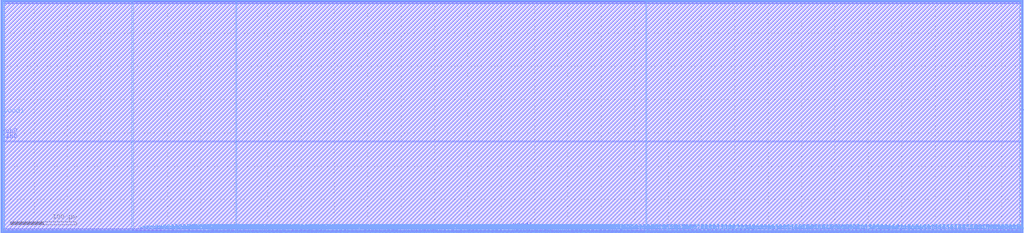
<source format=lef>
VERSION 5.4 ;
NAMESCASESENSITIVE ON ;
BUSBITCHARS "[]" ;
DIVIDERCHAR "/" ;
UNITS
  DATABASE MICRONS 2000 ;
END UNITS
MACRO sky130_sram_1kbytes_1rw1r_200x48_8
   CLASS BLOCK ;
   SIZE 1532.42 BY 349.9 ;
   SYMMETRY X Y R90 ;
   PIN din0[0]
      DIRECTION INPUT ;
      PORT
         LAYER met4 ;
         RECT  352.92 0.0 353.3 1.06 ;
      END
   END din0[0]
   PIN din0[1]
      DIRECTION INPUT ;
      PORT
         LAYER met4 ;
         RECT  358.36 0.0 358.74 1.06 ;
      END
   END din0[1]
   PIN din0[2]
      DIRECTION INPUT ;
      PORT
         LAYER met4 ;
         RECT  364.48 0.0 364.86 1.06 ;
      END
   END din0[2]
   PIN din0[3]
      DIRECTION INPUT ;
      PORT
         LAYER met4 ;
         RECT  370.6 0.0 370.98 1.06 ;
      END
   END din0[3]
   PIN din0[4]
      DIRECTION INPUT ;
      PORT
         LAYER met4 ;
         RECT  376.04 0.0 376.42 1.06 ;
      END
   END din0[4]
   PIN din0[5]
      DIRECTION INPUT ;
      PORT
         LAYER met4 ;
         RECT  382.16 0.0 382.54 1.06 ;
      END
   END din0[5]
   PIN din0[6]
      DIRECTION INPUT ;
      PORT
         LAYER met4 ;
         RECT  386.92 0.0 387.3 1.06 ;
      END
   END din0[6]
   PIN din0[7]
      DIRECTION INPUT ;
      PORT
         LAYER met4 ;
         RECT  393.72 0.0 394.1 1.06 ;
      END
   END din0[7]
   PIN din0[8]
      DIRECTION INPUT ;
      PORT
         LAYER met4 ;
         RECT  399.16 0.0 399.54 1.06 ;
      END
   END din0[8]
   PIN din0[9]
      DIRECTION INPUT ;
      PORT
         LAYER met4 ;
         RECT  404.6 0.0 404.98 1.06 ;
      END
   END din0[9]
   PIN din0[10]
      DIRECTION INPUT ;
      PORT
         LAYER met4 ;
         RECT  411.4 0.0 411.78 1.06 ;
      END
   END din0[10]
   PIN din0[11]
      DIRECTION INPUT ;
      PORT
         LAYER met4 ;
         RECT  416.16 0.0 416.54 1.06 ;
      END
   END din0[11]
   PIN din0[12]
      DIRECTION INPUT ;
      PORT
         LAYER met4 ;
         RECT  422.96 0.0 423.34 1.06 ;
      END
   END din0[12]
   PIN din0[13]
      DIRECTION INPUT ;
      PORT
         LAYER met4 ;
         RECT  429.08 0.0 429.46 1.06 ;
      END
   END din0[13]
   PIN din0[14]
      DIRECTION INPUT ;
      PORT
         LAYER met4 ;
         RECT  434.52 0.0 434.9 1.06 ;
      END
   END din0[14]
   PIN din0[15]
      DIRECTION INPUT ;
      PORT
         LAYER met4 ;
         RECT  439.96 0.0 440.34 1.06 ;
      END
   END din0[15]
   PIN din0[16]
      DIRECTION INPUT ;
      PORT
         LAYER met4 ;
         RECT  445.4 0.0 445.78 1.06 ;
      END
   END din0[16]
   PIN din0[17]
      DIRECTION INPUT ;
      PORT
         LAYER met4 ;
         RECT  452.2 0.0 452.58 1.06 ;
      END
   END din0[17]
   PIN din0[18]
      DIRECTION INPUT ;
      PORT
         LAYER met4 ;
         RECT  457.64 0.0 458.02 1.06 ;
      END
   END din0[18]
   PIN din0[19]
      DIRECTION INPUT ;
      PORT
         LAYER met4 ;
         RECT  463.76 0.0 464.14 1.06 ;
      END
   END din0[19]
   PIN din0[20]
      DIRECTION INPUT ;
      PORT
         LAYER met4 ;
         RECT  468.52 0.0 468.9 1.06 ;
      END
   END din0[20]
   PIN din0[21]
      DIRECTION INPUT ;
      PORT
         LAYER met4 ;
         RECT  475.32 0.0 475.7 1.06 ;
      END
   END din0[21]
   PIN din0[22]
      DIRECTION INPUT ;
      PORT
         LAYER met4 ;
         RECT  480.76 0.0 481.14 1.06 ;
      END
   END din0[22]
   PIN din0[23]
      DIRECTION INPUT ;
      PORT
         LAYER met4 ;
         RECT  486.88 0.0 487.26 1.06 ;
      END
   END din0[23]
   PIN din0[24]
      DIRECTION INPUT ;
      PORT
         LAYER met4 ;
         RECT  492.32 0.0 492.7 1.06 ;
      END
   END din0[24]
   PIN din0[25]
      DIRECTION INPUT ;
      PORT
         LAYER met4 ;
         RECT  497.76 0.0 498.14 1.06 ;
      END
   END din0[25]
   PIN din0[26]
      DIRECTION INPUT ;
      PORT
         LAYER met4 ;
         RECT  503.88 0.0 504.26 1.06 ;
      END
   END din0[26]
   PIN din0[27]
      DIRECTION INPUT ;
      PORT
         LAYER met4 ;
         RECT  510.68 0.0 511.06 1.06 ;
      END
   END din0[27]
   PIN din0[28]
      DIRECTION INPUT ;
      PORT
         LAYER met4 ;
         RECT  515.44 0.0 515.82 1.06 ;
      END
   END din0[28]
   PIN din0[29]
      DIRECTION INPUT ;
      PORT
         LAYER met4 ;
         RECT  521.56 0.0 521.94 1.06 ;
      END
   END din0[29]
   PIN din0[30]
      DIRECTION INPUT ;
      PORT
         LAYER met4 ;
         RECT  527.68 0.0 528.06 1.06 ;
      END
   END din0[30]
   PIN din0[31]
      DIRECTION INPUT ;
      PORT
         LAYER met4 ;
         RECT  533.12 0.0 533.5 1.06 ;
      END
   END din0[31]
   PIN din0[32]
      DIRECTION INPUT ;
      PORT
         LAYER met4 ;
         RECT  539.24 0.0 539.62 1.06 ;
      END
   END din0[32]
   PIN din0[33]
      DIRECTION INPUT ;
      PORT
         LAYER met4 ;
         RECT  544.68 0.0 545.06 1.06 ;
      END
   END din0[33]
   PIN din0[34]
      DIRECTION INPUT ;
      PORT
         LAYER met4 ;
         RECT  550.8 0.0 551.18 1.06 ;
      END
   END din0[34]
   PIN din0[35]
      DIRECTION INPUT ;
      PORT
         LAYER met4 ;
         RECT  556.24 0.0 556.62 1.06 ;
      END
   END din0[35]
   PIN din0[36]
      DIRECTION INPUT ;
      PORT
         LAYER met4 ;
         RECT  562.36 0.0 562.74 1.06 ;
      END
   END din0[36]
   PIN din0[37]
      DIRECTION INPUT ;
      PORT
         LAYER met4 ;
         RECT  569.16 0.0 569.54 1.06 ;
      END
   END din0[37]
   PIN din0[38]
      DIRECTION INPUT ;
      PORT
         LAYER met4 ;
         RECT  573.92 0.0 574.3 1.06 ;
      END
   END din0[38]
   PIN din0[39]
      DIRECTION INPUT ;
      PORT
         LAYER met4 ;
         RECT  580.72 0.0 581.1 1.06 ;
      END
   END din0[39]
   PIN din0[40]
      DIRECTION INPUT ;
      PORT
         LAYER met4 ;
         RECT  585.48 0.0 585.86 1.06 ;
      END
   END din0[40]
   PIN din0[41]
      DIRECTION INPUT ;
      PORT
         LAYER met4 ;
         RECT  592.28 0.0 592.66 1.06 ;
      END
   END din0[41]
   PIN din0[42]
      DIRECTION INPUT ;
      PORT
         LAYER met4 ;
         RECT  597.72 0.0 598.1 1.06 ;
      END
   END din0[42]
   PIN din0[43]
      DIRECTION INPUT ;
      PORT
         LAYER met4 ;
         RECT  603.84 0.0 604.22 1.06 ;
      END
   END din0[43]
   PIN din0[44]
      DIRECTION INPUT ;
      PORT
         LAYER met4 ;
         RECT  609.28 0.0 609.66 1.06 ;
      END
   END din0[44]
   PIN din0[45]
      DIRECTION INPUT ;
      PORT
         LAYER met4 ;
         RECT  615.4 0.0 615.78 1.06 ;
      END
   END din0[45]
   PIN din0[46]
      DIRECTION INPUT ;
      PORT
         LAYER met4 ;
         RECT  620.84 0.0 621.22 1.06 ;
      END
   END din0[46]
   PIN din0[47]
      DIRECTION INPUT ;
      PORT
         LAYER met4 ;
         RECT  626.96 0.0 627.34 1.06 ;
      END
   END din0[47]
   PIN din0[48]
      DIRECTION INPUT ;
      PORT
         LAYER met4 ;
         RECT  632.4 0.0 632.78 1.06 ;
      END
   END din0[48]
   PIN din0[49]
      DIRECTION INPUT ;
      PORT
         LAYER met4 ;
         RECT  639.2 0.0 639.58 1.06 ;
      END
   END din0[49]
   PIN din0[50]
      DIRECTION INPUT ;
      PORT
         LAYER met4 ;
         RECT  643.96 0.0 644.34 1.06 ;
      END
   END din0[50]
   PIN din0[51]
      DIRECTION INPUT ;
      PORT
         LAYER met4 ;
         RECT  650.76 0.0 651.14 1.06 ;
      END
   END din0[51]
   PIN din0[52]
      DIRECTION INPUT ;
      PORT
         LAYER met4 ;
         RECT  656.2 0.0 656.58 1.06 ;
      END
   END din0[52]
   PIN din0[53]
      DIRECTION INPUT ;
      PORT
         LAYER met4 ;
         RECT  662.32 0.0 662.7 1.06 ;
      END
   END din0[53]
   PIN din0[54]
      DIRECTION INPUT ;
      PORT
         LAYER met4 ;
         RECT  668.44 0.0 668.82 1.06 ;
      END
   END din0[54]
   PIN din0[55]
      DIRECTION INPUT ;
      PORT
         LAYER met4 ;
         RECT  673.88 0.0 674.26 1.06 ;
      END
   END din0[55]
   PIN din0[56]
      DIRECTION INPUT ;
      PORT
         LAYER met4 ;
         RECT  680.0 0.0 680.38 1.06 ;
      END
   END din0[56]
   PIN din0[57]
      DIRECTION INPUT ;
      PORT
         LAYER met4 ;
         RECT  684.76 0.0 685.14 1.06 ;
      END
   END din0[57]
   PIN din0[58]
      DIRECTION INPUT ;
      PORT
         LAYER met4 ;
         RECT  691.56 0.0 691.94 1.06 ;
      END
   END din0[58]
   PIN din0[59]
      DIRECTION INPUT ;
      PORT
         LAYER met4 ;
         RECT  696.32 0.0 696.7 1.06 ;
      END
   END din0[59]
   PIN din0[60]
      DIRECTION INPUT ;
      PORT
         LAYER met4 ;
         RECT  702.44 0.0 702.82 1.06 ;
      END
   END din0[60]
   PIN din0[61]
      DIRECTION INPUT ;
      PORT
         LAYER met4 ;
         RECT  709.24 0.0 709.62 1.06 ;
      END
   END din0[61]
   PIN din0[62]
      DIRECTION INPUT ;
      PORT
         LAYER met4 ;
         RECT  714.0 0.0 714.38 1.06 ;
      END
   END din0[62]
   PIN din0[63]
      DIRECTION INPUT ;
      PORT
         LAYER met4 ;
         RECT  720.8 0.0 721.18 1.06 ;
      END
   END din0[63]
   PIN din0[64]
      DIRECTION INPUT ;
      PORT
         LAYER met4 ;
         RECT  726.92 0.0 727.3 1.06 ;
      END
   END din0[64]
   PIN din0[65]
      DIRECTION INPUT ;
      PORT
         LAYER met4 ;
         RECT  732.36 0.0 732.74 1.06 ;
      END
   END din0[65]
   PIN din0[66]
      DIRECTION INPUT ;
      PORT
         LAYER met4 ;
         RECT  738.48 0.0 738.86 1.06 ;
      END
   END din0[66]
   PIN din0[67]
      DIRECTION INPUT ;
      PORT
         LAYER met4 ;
         RECT  743.24 0.0 743.62 1.06 ;
      END
   END din0[67]
   PIN din0[68]
      DIRECTION INPUT ;
      PORT
         LAYER met4 ;
         RECT  749.36 0.0 749.74 1.06 ;
      END
   END din0[68]
   PIN din0[69]
      DIRECTION INPUT ;
      PORT
         LAYER met4 ;
         RECT  754.8 0.0 755.18 1.06 ;
      END
   END din0[69]
   PIN din0[70]
      DIRECTION INPUT ;
      PORT
         LAYER met4 ;
         RECT  760.92 0.0 761.3 1.06 ;
      END
   END din0[70]
   PIN din0[71]
      DIRECTION INPUT ;
      PORT
         LAYER met4 ;
         RECT  766.36 0.0 766.74 1.06 ;
      END
   END din0[71]
   PIN din0[72]
      DIRECTION INPUT ;
      PORT
         LAYER met4 ;
         RECT  772.48 0.0 772.86 1.06 ;
      END
   END din0[72]
   PIN din0[73]
      DIRECTION INPUT ;
      PORT
         LAYER met4 ;
         RECT  778.6 0.0 778.98 1.06 ;
      END
   END din0[73]
   PIN din0[74]
      DIRECTION INPUT ;
      PORT
         LAYER met4 ;
         RECT  784.04 0.0 784.42 1.06 ;
      END
   END din0[74]
   PIN din0[75]
      DIRECTION INPUT ;
      PORT
         LAYER met4 ;
         RECT  790.16 0.0 790.54 1.06 ;
      END
   END din0[75]
   PIN din0[76]
      DIRECTION INPUT ;
      PORT
         LAYER met4 ;
         RECT  796.28 0.0 796.66 1.06 ;
      END
   END din0[76]
   PIN din0[77]
      DIRECTION INPUT ;
      PORT
         LAYER met4 ;
         RECT  802.4 0.0 802.78 1.06 ;
      END
   END din0[77]
   PIN din0[78]
      DIRECTION INPUT ;
      PORT
         LAYER met4 ;
         RECT  808.52 0.0 808.9 1.06 ;
      END
   END din0[78]
   PIN din0[79]
      DIRECTION INPUT ;
      PORT
         LAYER met4 ;
         RECT  813.96 0.0 814.34 1.06 ;
      END
   END din0[79]
   PIN din0[80]
      DIRECTION INPUT ;
      PORT
         LAYER met4 ;
         RECT  820.08 0.0 820.46 1.06 ;
      END
   END din0[80]
   PIN din0[81]
      DIRECTION INPUT ;
      PORT
         LAYER met4 ;
         RECT  825.52 0.0 825.9 1.06 ;
      END
   END din0[81]
   PIN din0[82]
      DIRECTION INPUT ;
      PORT
         LAYER met4 ;
         RECT  831.64 0.0 832.02 1.06 ;
      END
   END din0[82]
   PIN din0[83]
      DIRECTION INPUT ;
      PORT
         LAYER met4 ;
         RECT  837.08 0.0 837.46 1.06 ;
      END
   END din0[83]
   PIN din0[84]
      DIRECTION INPUT ;
      PORT
         LAYER met4 ;
         RECT  842.52 0.0 842.9 1.06 ;
      END
   END din0[84]
   PIN din0[85]
      DIRECTION INPUT ;
      PORT
         LAYER met4 ;
         RECT  849.32 0.0 849.7 1.06 ;
      END
   END din0[85]
   PIN din0[86]
      DIRECTION INPUT ;
      PORT
         LAYER met4 ;
         RECT  854.08 0.0 854.46 1.06 ;
      END
   END din0[86]
   PIN din0[87]
      DIRECTION INPUT ;
      PORT
         LAYER met4 ;
         RECT  860.88 0.0 861.26 1.06 ;
      END
   END din0[87]
   PIN din0[88]
      DIRECTION INPUT ;
      PORT
         LAYER met4 ;
         RECT  865.64 0.0 866.02 1.06 ;
      END
   END din0[88]
   PIN din0[89]
      DIRECTION INPUT ;
      PORT
         LAYER met4 ;
         RECT  872.44 0.0 872.82 1.06 ;
      END
   END din0[89]
   PIN din0[90]
      DIRECTION INPUT ;
      PORT
         LAYER met4 ;
         RECT  878.56 0.0 878.94 1.06 ;
      END
   END din0[90]
   PIN din0[91]
      DIRECTION INPUT ;
      PORT
         LAYER met4 ;
         RECT  884.0 0.0 884.38 1.06 ;
      END
   END din0[91]
   PIN din0[92]
      DIRECTION INPUT ;
      PORT
         LAYER met4 ;
         RECT  889.44 0.0 889.82 1.06 ;
      END
   END din0[92]
   PIN din0[93]
      DIRECTION INPUT ;
      PORT
         LAYER met4 ;
         RECT  894.88 0.0 895.26 1.06 ;
      END
   END din0[93]
   PIN din0[94]
      DIRECTION INPUT ;
      PORT
         LAYER met4 ;
         RECT  901.0 0.0 901.38 1.06 ;
      END
   END din0[94]
   PIN din0[95]
      DIRECTION INPUT ;
      PORT
         LAYER met4 ;
         RECT  907.12 0.0 907.5 1.06 ;
      END
   END din0[95]
   PIN din0[96]
      DIRECTION INPUT ;
      PORT
         LAYER met4 ;
         RECT  912.56 0.0 912.94 1.06 ;
      END
   END din0[96]
   PIN din0[97]
      DIRECTION INPUT ;
      PORT
         LAYER met4 ;
         RECT  918.68 0.0 919.06 1.06 ;
      END
   END din0[97]
   PIN din0[98]
      DIRECTION INPUT ;
      PORT
         LAYER met4 ;
         RECT  924.12 0.0 924.5 1.06 ;
      END
   END din0[98]
   PIN din0[99]
      DIRECTION INPUT ;
      PORT
         LAYER met4 ;
         RECT  930.92 0.0 931.3 1.06 ;
      END
   END din0[99]
   PIN din0[100]
      DIRECTION INPUT ;
      PORT
         LAYER met4 ;
         RECT  937.04 0.0 937.42 1.06 ;
      END
   END din0[100]
   PIN din0[101]
      DIRECTION INPUT ;
      PORT
         LAYER met4 ;
         RECT  941.8 0.0 942.18 1.06 ;
      END
   END din0[101]
   PIN din0[102]
      DIRECTION INPUT ;
      PORT
         LAYER met4 ;
         RECT  947.92 0.0 948.3 1.06 ;
      END
   END din0[102]
   PIN din0[103]
      DIRECTION INPUT ;
      PORT
         LAYER met4 ;
         RECT  953.36 0.0 953.74 1.06 ;
      END
   END din0[103]
   PIN din0[104]
      DIRECTION INPUT ;
      PORT
         LAYER met4 ;
         RECT  959.48 0.0 959.86 1.06 ;
      END
   END din0[104]
   PIN din0[105]
      DIRECTION INPUT ;
      PORT
         LAYER met4 ;
         RECT  965.6 0.0 965.98 1.06 ;
      END
   END din0[105]
   PIN din0[106]
      DIRECTION INPUT ;
      PORT
         LAYER met4 ;
         RECT  971.04 0.0 971.42 1.06 ;
      END
   END din0[106]
   PIN din0[107]
      DIRECTION INPUT ;
      PORT
         LAYER met4 ;
         RECT  977.84 0.0 978.22 1.06 ;
      END
   END din0[107]
   PIN din0[108]
      DIRECTION INPUT ;
      PORT
         LAYER met4 ;
         RECT  982.6 0.0 982.98 1.06 ;
      END
   END din0[108]
   PIN din0[109]
      DIRECTION INPUT ;
      PORT
         LAYER met4 ;
         RECT  989.4 0.0 989.78 1.06 ;
      END
   END din0[109]
   PIN din0[110]
      DIRECTION INPUT ;
      PORT
         LAYER met4 ;
         RECT  994.84 0.0 995.22 1.06 ;
      END
   END din0[110]
   PIN din0[111]
      DIRECTION INPUT ;
      PORT
         LAYER met4 ;
         RECT  1000.96 0.0 1001.34 1.06 ;
      END
   END din0[111]
   PIN din0[112]
      DIRECTION INPUT ;
      PORT
         LAYER met4 ;
         RECT  1007.08 0.0 1007.46 1.06 ;
      END
   END din0[112]
   PIN din0[113]
      DIRECTION INPUT ;
      PORT
         LAYER met4 ;
         RECT  1011.84 0.0 1012.22 1.06 ;
      END
   END din0[113]
   PIN din0[114]
      DIRECTION INPUT ;
      PORT
         LAYER met4 ;
         RECT  1018.64 0.0 1019.02 1.06 ;
      END
   END din0[114]
   PIN din0[115]
      DIRECTION INPUT ;
      PORT
         LAYER met4 ;
         RECT  1023.4 0.0 1023.78 1.06 ;
      END
   END din0[115]
   PIN din0[116]
      DIRECTION INPUT ;
      PORT
         LAYER met4 ;
         RECT  1029.52 0.0 1029.9 1.06 ;
      END
   END din0[116]
   PIN din0[117]
      DIRECTION INPUT ;
      PORT
         LAYER met4 ;
         RECT  1036.32 0.0 1036.7 1.06 ;
      END
   END din0[117]
   PIN din0[118]
      DIRECTION INPUT ;
      PORT
         LAYER met4 ;
         RECT  1041.08 0.0 1041.46 1.06 ;
      END
   END din0[118]
   PIN din0[119]
      DIRECTION INPUT ;
      PORT
         LAYER met4 ;
         RECT  1047.88 0.0 1048.26 1.06 ;
      END
   END din0[119]
   PIN din0[120]
      DIRECTION INPUT ;
      PORT
         LAYER met4 ;
         RECT  1053.32 0.0 1053.7 1.06 ;
      END
   END din0[120]
   PIN din0[121]
      DIRECTION INPUT ;
      PORT
         LAYER met4 ;
         RECT  1059.44 0.0 1059.82 1.06 ;
      END
   END din0[121]
   PIN din0[122]
      DIRECTION INPUT ;
      PORT
         LAYER met4 ;
         RECT  1065.56 0.0 1065.94 1.06 ;
      END
   END din0[122]
   PIN din0[123]
      DIRECTION INPUT ;
      PORT
         LAYER met4 ;
         RECT  1070.32 0.0 1070.7 1.06 ;
      END
   END din0[123]
   PIN din0[124]
      DIRECTION INPUT ;
      PORT
         LAYER met4 ;
         RECT  1077.12 0.0 1077.5 1.06 ;
      END
   END din0[124]
   PIN din0[125]
      DIRECTION INPUT ;
      PORT
         LAYER met4 ;
         RECT  1082.56 0.0 1082.94 1.06 ;
      END
   END din0[125]
   PIN din0[126]
      DIRECTION INPUT ;
      PORT
         LAYER met4 ;
         RECT  1088.68 0.0 1089.06 1.06 ;
      END
   END din0[126]
   PIN din0[127]
      DIRECTION INPUT ;
      PORT
         LAYER met4 ;
         RECT  1094.12 0.0 1094.5 1.06 ;
      END
   END din0[127]
   PIN din0[128]
      DIRECTION INPUT ;
      PORT
         LAYER met4 ;
         RECT  1100.24 0.0 1100.62 1.06 ;
      END
   END din0[128]
   PIN din0[129]
      DIRECTION INPUT ;
      PORT
         LAYER met4 ;
         RECT  1105.68 0.0 1106.06 1.06 ;
      END
   END din0[129]
   PIN din0[130]
      DIRECTION INPUT ;
      PORT
         LAYER met4 ;
         RECT  1111.8 0.0 1112.18 1.06 ;
      END
   END din0[130]
   PIN din0[131]
      DIRECTION INPUT ;
      PORT
         LAYER met4 ;
         RECT  1117.24 0.0 1117.62 1.06 ;
      END
   END din0[131]
   PIN din0[132]
      DIRECTION INPUT ;
      PORT
         LAYER met4 ;
         RECT  1122.68 0.0 1123.06 1.06 ;
      END
   END din0[132]
   PIN din0[133]
      DIRECTION INPUT ;
      PORT
         LAYER met4 ;
         RECT  1128.8 0.0 1129.18 1.06 ;
      END
   END din0[133]
   PIN din0[134]
      DIRECTION INPUT ;
      PORT
         LAYER met4 ;
         RECT  1135.6 0.0 1135.98 1.06 ;
      END
   END din0[134]
   PIN din0[135]
      DIRECTION INPUT ;
      PORT
         LAYER met4 ;
         RECT  1140.36 0.0 1140.74 1.06 ;
      END
   END din0[135]
   PIN din0[136]
      DIRECTION INPUT ;
      PORT
         LAYER met4 ;
         RECT  1146.48 0.0 1146.86 1.06 ;
      END
   END din0[136]
   PIN din0[137]
      DIRECTION INPUT ;
      PORT
         LAYER met4 ;
         RECT  1152.6 0.0 1152.98 1.06 ;
      END
   END din0[137]
   PIN din0[138]
      DIRECTION INPUT ;
      PORT
         LAYER met4 ;
         RECT  1158.72 0.0 1159.1 1.06 ;
      END
   END din0[138]
   PIN din0[139]
      DIRECTION INPUT ;
      PORT
         LAYER met4 ;
         RECT  1163.48 0.0 1163.86 1.06 ;
      END
   END din0[139]
   PIN din0[140]
      DIRECTION INPUT ;
      PORT
         LAYER met4 ;
         RECT  1169.6 0.0 1169.98 1.06 ;
      END
   END din0[140]
   PIN din0[141]
      DIRECTION INPUT ;
      PORT
         LAYER met4 ;
         RECT  1175.72 0.0 1176.1 1.06 ;
      END
   END din0[141]
   PIN din0[142]
      DIRECTION INPUT ;
      PORT
         LAYER met4 ;
         RECT  1181.16 0.0 1181.54 1.06 ;
      END
   END din0[142]
   PIN din0[143]
      DIRECTION INPUT ;
      PORT
         LAYER met4 ;
         RECT  1187.28 0.0 1187.66 1.06 ;
      END
   END din0[143]
   PIN din0[144]
      DIRECTION INPUT ;
      PORT
         LAYER met4 ;
         RECT  1194.08 0.0 1194.46 1.06 ;
      END
   END din0[144]
   PIN din0[145]
      DIRECTION INPUT ;
      PORT
         LAYER met4 ;
         RECT  1198.84 0.0 1199.22 1.06 ;
      END
   END din0[145]
   PIN din0[146]
      DIRECTION INPUT ;
      PORT
         LAYER met4 ;
         RECT  1205.64 0.0 1206.02 1.06 ;
      END
   END din0[146]
   PIN din0[147]
      DIRECTION INPUT ;
      PORT
         LAYER met4 ;
         RECT  1210.4 0.0 1210.78 1.06 ;
      END
   END din0[147]
   PIN din0[148]
      DIRECTION INPUT ;
      PORT
         LAYER met4 ;
         RECT  1217.2 0.0 1217.58 1.06 ;
      END
   END din0[148]
   PIN din0[149]
      DIRECTION INPUT ;
      PORT
         LAYER met4 ;
         RECT  1223.32 0.0 1223.7 1.06 ;
      END
   END din0[149]
   PIN din0[150]
      DIRECTION INPUT ;
      PORT
         LAYER met4 ;
         RECT  1228.76 0.0 1229.14 1.06 ;
      END
   END din0[150]
   PIN din0[151]
      DIRECTION INPUT ;
      PORT
         LAYER met4 ;
         RECT  1234.2 0.0 1234.58 1.06 ;
      END
   END din0[151]
   PIN din0[152]
      DIRECTION INPUT ;
      PORT
         LAYER met4 ;
         RECT  1240.32 0.0 1240.7 1.06 ;
      END
   END din0[152]
   PIN din0[153]
      DIRECTION INPUT ;
      PORT
         LAYER met4 ;
         RECT  1245.76 0.0 1246.14 1.06 ;
      END
   END din0[153]
   PIN din0[154]
      DIRECTION INPUT ;
      PORT
         LAYER met4 ;
         RECT  1251.2 0.0 1251.58 1.06 ;
      END
   END din0[154]
   PIN din0[155]
      DIRECTION INPUT ;
      PORT
         LAYER met4 ;
         RECT  1257.32 0.0 1257.7 1.06 ;
      END
   END din0[155]
   PIN din0[156]
      DIRECTION INPUT ;
      PORT
         LAYER met4 ;
         RECT  1264.12 0.0 1264.5 1.06 ;
      END
   END din0[156]
   PIN din0[157]
      DIRECTION INPUT ;
      PORT
         LAYER met4 ;
         RECT  1269.56 0.0 1269.94 1.06 ;
      END
   END din0[157]
   PIN din0[158]
      DIRECTION INPUT ;
      PORT
         LAYER met4 ;
         RECT  1275.0 0.0 1275.38 1.06 ;
      END
   END din0[158]
   PIN din0[159]
      DIRECTION INPUT ;
      PORT
         LAYER met4 ;
         RECT  1281.12 0.0 1281.5 1.06 ;
      END
   END din0[159]
   PIN din0[160]
      DIRECTION INPUT ;
      PORT
         LAYER met4 ;
         RECT  1287.24 0.0 1287.62 1.06 ;
      END
   END din0[160]
   PIN din0[161]
      DIRECTION INPUT ;
      PORT
         LAYER met4 ;
         RECT  1292.0 0.0 1292.38 1.06 ;
      END
   END din0[161]
   PIN din0[162]
      DIRECTION INPUT ;
      PORT
         LAYER met4 ;
         RECT  1298.8 0.0 1299.18 1.06 ;
      END
   END din0[162]
   PIN din0[163]
      DIRECTION INPUT ;
      PORT
         LAYER met4 ;
         RECT  1304.24 0.0 1304.62 1.06 ;
      END
   END din0[163]
   PIN din0[164]
      DIRECTION INPUT ;
      PORT
         LAYER met4 ;
         RECT  1309.68 0.0 1310.06 1.06 ;
      END
   END din0[164]
   PIN din0[165]
      DIRECTION INPUT ;
      PORT
         LAYER met4 ;
         RECT  1315.8 0.0 1316.18 1.06 ;
      END
   END din0[165]
   PIN din0[166]
      DIRECTION INPUT ;
      PORT
         LAYER met4 ;
         RECT  1322.6 0.0 1322.98 1.06 ;
      END
   END din0[166]
   PIN din0[167]
      DIRECTION INPUT ;
      PORT
         LAYER met4 ;
         RECT  1327.36 0.0 1327.74 1.06 ;
      END
   END din0[167]
   PIN din0[168]
      DIRECTION INPUT ;
      PORT
         LAYER met4 ;
         RECT  1333.48 0.0 1333.86 1.06 ;
      END
   END din0[168]
   PIN din0[169]
      DIRECTION INPUT ;
      PORT
         LAYER met4 ;
         RECT  1338.92 0.0 1339.3 1.06 ;
      END
   END din0[169]
   PIN din0[170]
      DIRECTION INPUT ;
      PORT
         LAYER met4 ;
         RECT  1345.72 0.0 1346.1 1.06 ;
      END
   END din0[170]
   PIN din0[171]
      DIRECTION INPUT ;
      PORT
         LAYER met4 ;
         RECT  1350.48 0.0 1350.86 1.06 ;
      END
   END din0[171]
   PIN din0[172]
      DIRECTION INPUT ;
      PORT
         LAYER met4 ;
         RECT  1357.28 0.0 1357.66 1.06 ;
      END
   END din0[172]
   PIN din0[173]
      DIRECTION INPUT ;
      PORT
         LAYER met4 ;
         RECT  1362.04 0.0 1362.42 1.06 ;
      END
   END din0[173]
   PIN din0[174]
      DIRECTION INPUT ;
      PORT
         LAYER met4 ;
         RECT  1368.84 0.0 1369.22 1.06 ;
      END
   END din0[174]
   PIN din0[175]
      DIRECTION INPUT ;
      PORT
         LAYER met4 ;
         RECT  1374.28 0.0 1374.66 1.06 ;
      END
   END din0[175]
   PIN din0[176]
      DIRECTION INPUT ;
      PORT
         LAYER met4 ;
         RECT  1379.72 0.0 1380.1 1.06 ;
      END
   END din0[176]
   PIN din0[177]
      DIRECTION INPUT ;
      PORT
         LAYER met4 ;
         RECT  1385.84 0.0 1386.22 1.06 ;
      END
   END din0[177]
   PIN din0[178]
      DIRECTION INPUT ;
      PORT
         LAYER met4 ;
         RECT  1391.96 0.0 1392.34 1.06 ;
      END
   END din0[178]
   PIN din0[179]
      DIRECTION INPUT ;
      PORT
         LAYER met4 ;
         RECT  1397.4 0.0 1397.78 1.06 ;
      END
   END din0[179]
   PIN din0[180]
      DIRECTION INPUT ;
      PORT
         LAYER met4 ;
         RECT  1403.52 0.0 1403.9 1.06 ;
      END
   END din0[180]
   PIN din0[181]
      DIRECTION INPUT ;
      PORT
         LAYER met4 ;
         RECT  1408.96 0.0 1409.34 1.06 ;
      END
   END din0[181]
   PIN din0[182]
      DIRECTION INPUT ;
      PORT
         LAYER met4 ;
         RECT  1415.08 0.0 1415.46 1.06 ;
      END
   END din0[182]
   PIN din0[183]
      DIRECTION INPUT ;
      PORT
         LAYER met4 ;
         RECT  1421.88 0.0 1422.26 1.06 ;
      END
   END din0[183]
   PIN din0[184]
      DIRECTION INPUT ;
      PORT
         LAYER met4 ;
         RECT  1427.32 0.0 1427.7 1.06 ;
      END
   END din0[184]
   PIN din0[185]
      DIRECTION INPUT ;
      PORT
         LAYER met4 ;
         RECT  1433.44 0.0 1433.82 1.06 ;
      END
   END din0[185]
   PIN din0[186]
      DIRECTION INPUT ;
      PORT
         LAYER met4 ;
         RECT  1438.88 0.0 1439.26 1.06 ;
      END
   END din0[186]
   PIN din0[187]
      DIRECTION INPUT ;
      PORT
         LAYER met4 ;
         RECT  1445.0 0.0 1445.38 1.06 ;
      END
   END din0[187]
   PIN din0[188]
      DIRECTION INPUT ;
      PORT
         LAYER met4 ;
         RECT  1450.44 0.0 1450.82 1.06 ;
      END
   END din0[188]
   PIN din0[189]
      DIRECTION INPUT ;
      PORT
         LAYER met4 ;
         RECT  1456.56 0.0 1456.94 1.06 ;
      END
   END din0[189]
   PIN din0[190]
      DIRECTION INPUT ;
      PORT
         LAYER met4 ;
         RECT  1462.68 0.0 1463.06 1.06 ;
      END
   END din0[190]
   PIN din0[191]
      DIRECTION INPUT ;
      PORT
         LAYER met4 ;
         RECT  1467.44 0.0 1467.82 1.06 ;
      END
   END din0[191]
   PIN din0[192]
      DIRECTION INPUT ;
      PORT
         LAYER met4 ;
         RECT  1474.24 0.0 1474.62 1.06 ;
      END
   END din0[192]
   PIN din0[193]
      DIRECTION INPUT ;
      PORT
         LAYER met4 ;
         RECT  1479.0 0.0 1479.38 1.06 ;
      END
   END din0[193]
   PIN din0[194]
      DIRECTION INPUT ;
      PORT
         LAYER met4 ;
         RECT  1485.8 0.0 1486.18 1.06 ;
      END
   END din0[194]
   PIN din0[195]
      DIRECTION INPUT ;
      PORT
         LAYER met4 ;
         RECT  1490.56 0.0 1490.94 1.06 ;
      END
   END din0[195]
   PIN din0[196]
      DIRECTION INPUT ;
      PORT
         LAYER met4 ;
         RECT  1497.36 0.0 1497.74 1.06 ;
      END
   END din0[196]
   PIN din0[197]
      DIRECTION INPUT ;
      PORT
         LAYER met4 ;
         RECT  1503.48 0.0 1503.86 1.06 ;
      END
   END din0[197]
   PIN din0[198]
      DIRECTION INPUT ;
      PORT
         LAYER met4 ;
         RECT  1508.92 0.0 1509.3 1.06 ;
      END
   END din0[198]
   PIN din0[199]
      DIRECTION INPUT ;
      PORT
         LAYER met4 ;
         RECT  1514.36 0.0 1514.74 1.06 ;
      END
   END din0[199]
   PIN addr0[0]
      DIRECTION INPUT ;
      PORT
         LAYER met4 ;
         RECT  197.2 348.84 197.58 349.9 ;
      END
   END addr0[0]
   PIN addr0[1]
      DIRECTION INPUT ;
      PORT
         LAYER met4 ;
         RECT  192.44 348.84 192.82 349.9 ;
      END
   END addr0[1]
   PIN addr0[2]
      DIRECTION INPUT ;
      PORT
         LAYER met4 ;
         RECT  196.52 348.84 196.9 349.9 ;
      END
   END addr0[2]
   PIN addr0[3]
      DIRECTION INPUT ;
      PORT
         LAYER met4 ;
         RECT  193.12 348.84 193.5 349.9 ;
      END
   END addr0[3]
   PIN addr0[4]
      DIRECTION INPUT ;
      PORT
         LAYER met4 ;
         RECT  195.84 348.84 196.22 349.9 ;
      END
   END addr0[4]
   PIN addr0[5]
      DIRECTION INPUT ;
      PORT
         LAYER met4 ;
         RECT  195.16 348.84 195.54 349.9 ;
      END
   END addr0[5]
   PIN addr1[0]
      DIRECTION INPUT ;
      PORT
         LAYER met4 ;
         RECT  966.96 348.84 967.34 349.9 ;
      END
   END addr1[0]
   PIN addr1[1]
      DIRECTION INPUT ;
      PORT
         LAYER met4 ;
         RECT  967.64 348.84 968.02 349.9 ;
      END
   END addr1[1]
   PIN addr1[2]
      DIRECTION INPUT ;
      PORT
         LAYER met4 ;
         RECT  966.28 348.84 966.66 349.9 ;
      END
   END addr1[2]
   PIN addr1[3]
      DIRECTION INPUT ;
      PORT
         LAYER met4 ;
         RECT  966.28 0.0 966.66 1.06 ;
      END
   END addr1[3]
   PIN addr1[4]
      DIRECTION INPUT ;
      PORT
         LAYER met4 ;
         RECT  967.64 0.0 968.02 1.06 ;
      END
   END addr1[4]
   PIN addr1[5]
      DIRECTION INPUT ;
      PORT
         LAYER met4 ;
         RECT  966.96 0.0 967.34 1.06 ;
      END
   END addr1[5]
   PIN csb0
      DIRECTION INPUT ;
      PORT
         LAYER met3 ;
         RECT  0.0 136.68 1.06 137.06 ;
      END
   END csb0
   PIN csb1
      DIRECTION INPUT ;
      PORT
         LAYER met4 ;
         RECT  1147.84 348.84 1148.22 349.9 ;
      END
   END csb1
   PIN web0
      DIRECTION INPUT ;
      PORT
         LAYER met3 ;
         RECT  0.0 145.52 1.06 145.9 ;
      END
   END web0
   PIN clk0
      DIRECTION INPUT ;
      PORT
         LAYER met3 ;
         RECT  0.0 138.04 1.06 138.42 ;
      END
   END clk0
   PIN clk1
      DIRECTION INPUT ;
      PORT
         LAYER met4 ;
         RECT  1130.16 348.84 1130.54 349.9 ;
      END
   END clk1
   PIN wmask0[0]
      DIRECTION INPUT ;
      PORT
         LAYER met4 ;
         RECT  206.72 0.0 207.1 1.06 ;
      END
   END wmask0[0]
   PIN wmask0[1]
      DIRECTION INPUT ;
      PORT
         LAYER met4 ;
         RECT  212.16 0.0 212.54 1.06 ;
      END
   END wmask0[1]
   PIN wmask0[2]
      DIRECTION INPUT ;
      PORT
         LAYER met4 ;
         RECT  217.6 0.0 217.98 1.06 ;
      END
   END wmask0[2]
   PIN wmask0[3]
      DIRECTION INPUT ;
      PORT
         LAYER met4 ;
         RECT  223.72 0.0 224.1 1.06 ;
      END
   END wmask0[3]
   PIN wmask0[4]
      DIRECTION INPUT ;
      PORT
         LAYER met4 ;
         RECT  230.52 0.0 230.9 1.06 ;
      END
   END wmask0[4]
   PIN wmask0[5]
      DIRECTION INPUT ;
      PORT
         LAYER met4 ;
         RECT  235.96 0.0 236.34 1.06 ;
      END
   END wmask0[5]
   PIN wmask0[6]
      DIRECTION INPUT ;
      PORT
         LAYER met4 ;
         RECT  241.4 0.0 241.78 1.06 ;
      END
   END wmask0[6]
   PIN wmask0[7]
      DIRECTION INPUT ;
      PORT
         LAYER met4 ;
         RECT  247.52 0.0 247.9 1.06 ;
      END
   END wmask0[7]
   PIN wmask0[8]
      DIRECTION INPUT ;
      PORT
         LAYER met4 ;
         RECT  253.64 0.0 254.02 1.06 ;
      END
   END wmask0[8]
   PIN wmask0[9]
      DIRECTION INPUT ;
      PORT
         LAYER met4 ;
         RECT  259.08 0.0 259.46 1.06 ;
      END
   END wmask0[9]
   PIN wmask0[10]
      DIRECTION INPUT ;
      PORT
         LAYER met4 ;
         RECT  264.52 0.0 264.9 1.06 ;
      END
   END wmask0[10]
   PIN wmask0[11]
      DIRECTION INPUT ;
      PORT
         LAYER met4 ;
         RECT  271.32 0.0 271.7 1.06 ;
      END
   END wmask0[11]
   PIN wmask0[12]
      DIRECTION INPUT ;
      PORT
         LAYER met4 ;
         RECT  276.08 0.0 276.46 1.06 ;
      END
   END wmask0[12]
   PIN wmask0[13]
      DIRECTION INPUT ;
      PORT
         LAYER met4 ;
         RECT  282.2 0.0 282.58 1.06 ;
      END
   END wmask0[13]
   PIN wmask0[14]
      DIRECTION INPUT ;
      PORT
         LAYER met4 ;
         RECT  287.64 0.0 288.02 1.06 ;
      END
   END wmask0[14]
   PIN wmask0[15]
      DIRECTION INPUT ;
      PORT
         LAYER met4 ;
         RECT  293.76 0.0 294.14 1.06 ;
      END
   END wmask0[15]
   PIN wmask0[16]
      DIRECTION INPUT ;
      PORT
         LAYER met4 ;
         RECT  299.2 0.0 299.58 1.06 ;
      END
   END wmask0[16]
   PIN wmask0[17]
      DIRECTION INPUT ;
      PORT
         LAYER met4 ;
         RECT  305.32 0.0 305.7 1.06 ;
      END
   END wmask0[17]
   PIN wmask0[18]
      DIRECTION INPUT ;
      PORT
         LAYER met4 ;
         RECT  312.12 0.0 312.5 1.06 ;
      END
   END wmask0[18]
   PIN wmask0[19]
      DIRECTION INPUT ;
      PORT
         LAYER met4 ;
         RECT  316.88 0.0 317.26 1.06 ;
      END
   END wmask0[19]
   PIN wmask0[20]
      DIRECTION INPUT ;
      PORT
         LAYER met4 ;
         RECT  323.68 0.0 324.06 1.06 ;
      END
   END wmask0[20]
   PIN wmask0[21]
      DIRECTION INPUT ;
      PORT
         LAYER met4 ;
         RECT  329.12 0.0 329.5 1.06 ;
      END
   END wmask0[21]
   PIN wmask0[22]
      DIRECTION INPUT ;
      PORT
         LAYER met4 ;
         RECT  334.56 0.0 334.94 1.06 ;
      END
   END wmask0[22]
   PIN wmask0[23]
      DIRECTION INPUT ;
      PORT
         LAYER met4 ;
         RECT  340.68 0.0 341.06 1.06 ;
      END
   END wmask0[23]
   PIN wmask0[24]
      DIRECTION INPUT ;
      PORT
         LAYER met4 ;
         RECT  346.12 0.0 346.5 1.06 ;
      END
   END wmask0[24]
   PIN dout0[0]
      DIRECTION OUTPUT ;
      PORT
         LAYER met4 ;
         RECT  267.92 0.0 268.3 1.06 ;
      END
   END dout0[0]
   PIN dout0[1]
      DIRECTION OUTPUT ;
      PORT
         LAYER met4 ;
         RECT  274.04 0.0 274.42 1.06 ;
      END
   END dout0[1]
   PIN dout0[2]
      DIRECTION OUTPUT ;
      PORT
         LAYER met4 ;
         RECT  277.44 0.0 277.82 1.06 ;
      END
   END dout0[2]
   PIN dout0[3]
      DIRECTION OUTPUT ;
      PORT
         LAYER met4 ;
         RECT  278.8 0.0 279.18 1.06 ;
      END
   END dout0[3]
   PIN dout0[4]
      DIRECTION OUTPUT ;
      PORT
         LAYER met4 ;
         RECT  283.56 0.0 283.94 1.06 ;
      END
   END dout0[4]
   PIN dout0[5]
      DIRECTION OUTPUT ;
      PORT
         LAYER met4 ;
         RECT  284.92 0.0 285.3 1.06 ;
      END
   END dout0[5]
   PIN dout0[6]
      DIRECTION OUTPUT ;
      PORT
         LAYER met4 ;
         RECT  288.32 0.0 288.7 1.06 ;
      END
   END dout0[6]
   PIN dout0[7]
      DIRECTION OUTPUT ;
      PORT
         LAYER met4 ;
         RECT  291.04 0.0 291.42 1.06 ;
      END
   END dout0[7]
   PIN dout0[8]
      DIRECTION OUTPUT ;
      PORT
         LAYER met4 ;
         RECT  296.48 0.0 296.86 1.06 ;
      END
   END dout0[8]
   PIN dout0[9]
      DIRECTION OUTPUT ;
      PORT
         LAYER met4 ;
         RECT  299.88 0.0 300.26 1.06 ;
      END
   END dout0[9]
   PIN dout0[10]
      DIRECTION OUTPUT ;
      PORT
         LAYER met4 ;
         RECT  300.56 0.0 300.94 1.06 ;
      END
   END dout0[10]
   PIN dout0[11]
      DIRECTION OUTPUT ;
      PORT
         LAYER met4 ;
         RECT  306.0 0.0 306.38 1.06 ;
      END
   END dout0[11]
   PIN dout0[12]
      DIRECTION OUTPUT ;
      PORT
         LAYER met4 ;
         RECT  306.68 0.0 307.06 1.06 ;
      END
   END dout0[12]
   PIN dout0[13]
      DIRECTION OUTPUT ;
      PORT
         LAYER met4 ;
         RECT  309.4 0.0 309.78 1.06 ;
      END
   END dout0[13]
   PIN dout0[14]
      DIRECTION OUTPUT ;
      PORT
         LAYER met4 ;
         RECT  312.8 0.0 313.18 1.06 ;
      END
   END dout0[14]
   PIN dout0[15]
      DIRECTION OUTPUT ;
      PORT
         LAYER met4 ;
         RECT  318.24 0.0 318.62 1.06 ;
      END
   END dout0[15]
   PIN dout0[16]
      DIRECTION OUTPUT ;
      PORT
         LAYER met4 ;
         RECT  320.96 0.0 321.34 1.06 ;
      END
   END dout0[16]
   PIN dout0[17]
      DIRECTION OUTPUT ;
      PORT
         LAYER met4 ;
         RECT  324.36 0.0 324.74 1.06 ;
      END
   END dout0[17]
   PIN dout0[18]
      DIRECTION OUTPUT ;
      PORT
         LAYER met4 ;
         RECT  325.72 0.0 326.1 1.06 ;
      END
   END dout0[18]
   PIN dout0[19]
      DIRECTION OUTPUT ;
      PORT
         LAYER met4 ;
         RECT  330.48 0.0 330.86 1.06 ;
      END
   END dout0[19]
   PIN dout0[20]
      DIRECTION OUTPUT ;
      PORT
         LAYER met4 ;
         RECT  331.84 0.0 332.22 1.06 ;
      END
   END dout0[20]
   PIN dout0[21]
      DIRECTION OUTPUT ;
      PORT
         LAYER met4 ;
         RECT  336.6 0.0 336.98 1.06 ;
      END
   END dout0[21]
   PIN dout0[22]
      DIRECTION OUTPUT ;
      PORT
         LAYER met4 ;
         RECT  337.96 0.0 338.34 1.06 ;
      END
   END dout0[22]
   PIN dout0[23]
      DIRECTION OUTPUT ;
      PORT
         LAYER met4 ;
         RECT  342.72 0.0 343.1 1.06 ;
      END
   END dout0[23]
   PIN dout0[24]
      DIRECTION OUTPUT ;
      PORT
         LAYER met4 ;
         RECT  346.8 0.0 347.18 1.06 ;
      END
   END dout0[24]
   PIN dout0[25]
      DIRECTION OUTPUT ;
      PORT
         LAYER met4 ;
         RECT  349.52 0.0 349.9 1.06 ;
      END
   END dout0[25]
   PIN dout0[26]
      DIRECTION OUTPUT ;
      PORT
         LAYER met4 ;
         RECT  350.2 0.0 350.58 1.06 ;
      END
   END dout0[26]
   PIN dout0[27]
      DIRECTION OUTPUT ;
      PORT
         LAYER met4 ;
         RECT  356.32 0.0 356.7 1.06 ;
      END
   END dout0[27]
   PIN dout0[28]
      DIRECTION OUTPUT ;
      PORT
         LAYER met4 ;
         RECT  359.04 0.0 359.42 1.06 ;
      END
   END dout0[28]
   PIN dout0[29]
      DIRECTION OUTPUT ;
      PORT
         LAYER met4 ;
         RECT  361.76 0.0 362.14 1.06 ;
      END
   END dout0[29]
   PIN dout0[30]
      DIRECTION OUTPUT ;
      PORT
         LAYER met4 ;
         RECT  365.16 0.0 365.54 1.06 ;
      END
   END dout0[30]
   PIN dout0[31]
      DIRECTION OUTPUT ;
      PORT
         LAYER met4 ;
         RECT  367.88 0.0 368.26 1.06 ;
      END
   END dout0[31]
   PIN dout0[32]
      DIRECTION OUTPUT ;
      PORT
         LAYER met4 ;
         RECT  371.28 0.0 371.66 1.06 ;
      END
   END dout0[32]
   PIN dout0[33]
      DIRECTION OUTPUT ;
      PORT
         LAYER met4 ;
         RECT  374.0 0.0 374.38 1.06 ;
      END
   END dout0[33]
   PIN dout0[34]
      DIRECTION OUTPUT ;
      PORT
         LAYER met4 ;
         RECT  375.36 0.0 375.74 1.06 ;
      END
   END dout0[34]
   PIN dout0[35]
      DIRECTION OUTPUT ;
      PORT
         LAYER met4 ;
         RECT  378.76 0.0 379.14 1.06 ;
      END
   END dout0[35]
   PIN dout0[36]
      DIRECTION OUTPUT ;
      PORT
         LAYER met4 ;
         RECT  381.48 0.0 381.86 1.06 ;
      END
   END dout0[36]
   PIN dout0[37]
      DIRECTION OUTPUT ;
      PORT
         LAYER met4 ;
         RECT  387.6 0.0 387.98 1.06 ;
      END
   END dout0[37]
   PIN dout0[38]
      DIRECTION OUTPUT ;
      PORT
         LAYER met4 ;
         RECT  389.64 0.0 390.02 1.06 ;
      END
   END dout0[38]
   PIN dout0[39]
      DIRECTION OUTPUT ;
      PORT
         LAYER met4 ;
         RECT  393.04 0.0 393.42 1.06 ;
      END
   END dout0[39]
   PIN dout0[40]
      DIRECTION OUTPUT ;
      PORT
         LAYER met4 ;
         RECT  395.76 0.0 396.14 1.06 ;
      END
   END dout0[40]
   PIN dout0[41]
      DIRECTION OUTPUT ;
      PORT
         LAYER met4 ;
         RECT  399.84 0.0 400.22 1.06 ;
      END
   END dout0[41]
   PIN dout0[42]
      DIRECTION OUTPUT ;
      PORT
         LAYER met4 ;
         RECT  400.52 0.0 400.9 1.06 ;
      END
   END dout0[42]
   PIN dout0[43]
      DIRECTION OUTPUT ;
      PORT
         LAYER met4 ;
         RECT  405.96 0.0 406.34 1.06 ;
      END
   END dout0[43]
   PIN dout0[44]
      DIRECTION OUTPUT ;
      PORT
         LAYER met4 ;
         RECT  406.64 0.0 407.02 1.06 ;
      END
   END dout0[44]
   PIN dout0[45]
      DIRECTION OUTPUT ;
      PORT
         LAYER met4 ;
         RECT  412.08 0.0 412.46 1.06 ;
      END
   END dout0[45]
   PIN dout0[46]
      DIRECTION OUTPUT ;
      PORT
         LAYER met4 ;
         RECT  412.76 0.0 413.14 1.06 ;
      END
   END dout0[46]
   PIN dout0[47]
      DIRECTION OUTPUT ;
      PORT
         LAYER met4 ;
         RECT  414.8 0.0 415.18 1.06 ;
      END
   END dout0[47]
   PIN dout0[48]
      DIRECTION OUTPUT ;
      PORT
         LAYER met4 ;
         RECT  422.28 0.0 422.66 1.06 ;
      END
   END dout0[48]
   PIN dout0[49]
      DIRECTION OUTPUT ;
      PORT
         LAYER met4 ;
         RECT  424.32 0.0 424.7 1.06 ;
      END
   END dout0[49]
   PIN dout0[50]
      DIRECTION OUTPUT ;
      PORT
         LAYER met4 ;
         RECT  425.0 0.0 425.38 1.06 ;
      END
   END dout0[50]
   PIN dout0[51]
      DIRECTION OUTPUT ;
      PORT
         LAYER met4 ;
         RECT  431.12 0.0 431.5 1.06 ;
      END
   END dout0[51]
   PIN dout0[52]
      DIRECTION OUTPUT ;
      PORT
         LAYER met4 ;
         RECT  431.8 0.0 432.18 1.06 ;
      END
   END dout0[52]
   PIN dout0[53]
      DIRECTION OUTPUT ;
      PORT
         LAYER met4 ;
         RECT  436.56 0.0 436.94 1.06 ;
      END
   END dout0[53]
   PIN dout0[54]
      DIRECTION OUTPUT ;
      PORT
         LAYER met4 ;
         RECT  437.92 0.0 438.3 1.06 ;
      END
   END dout0[54]
   PIN dout0[55]
      DIRECTION OUTPUT ;
      PORT
         LAYER met4 ;
         RECT  442.68 0.0 443.06 1.06 ;
      END
   END dout0[55]
   PIN dout0[56]
      DIRECTION OUTPUT ;
      PORT
         LAYER met4 ;
         RECT  446.08 0.0 446.46 1.06 ;
      END
   END dout0[56]
   PIN dout0[57]
      DIRECTION OUTPUT ;
      PORT
         LAYER met4 ;
         RECT  448.8 0.0 449.18 1.06 ;
      END
   END dout0[57]
   PIN dout0[58]
      DIRECTION OUTPUT ;
      PORT
         LAYER met4 ;
         RECT  452.88 0.0 453.26 1.06 ;
      END
   END dout0[58]
   PIN dout0[59]
      DIRECTION OUTPUT ;
      PORT
         LAYER met4 ;
         RECT  455.6 0.0 455.98 1.06 ;
      END
   END dout0[59]
   PIN dout0[60]
      DIRECTION OUTPUT ;
      PORT
         LAYER met4 ;
         RECT  458.32 0.0 458.7 1.06 ;
      END
   END dout0[60]
   PIN dout0[61]
      DIRECTION OUTPUT ;
      PORT
         LAYER met4 ;
         RECT  459.68 0.0 460.06 1.06 ;
      END
   END dout0[61]
   PIN dout0[62]
      DIRECTION OUTPUT ;
      PORT
         LAYER met4 ;
         RECT  464.44 0.0 464.82 1.06 ;
      END
   END dout0[62]
   PIN dout0[63]
      DIRECTION OUTPUT ;
      PORT
         LAYER met4 ;
         RECT  465.8 0.0 466.18 1.06 ;
      END
   END dout0[63]
   PIN dout0[64]
      DIRECTION OUTPUT ;
      PORT
         LAYER met4 ;
         RECT  471.24 0.0 471.62 1.06 ;
      END
   END dout0[64]
   PIN dout0[65]
      DIRECTION OUTPUT ;
      PORT
         LAYER met4 ;
         RECT  474.64 0.0 475.02 1.06 ;
      END
   END dout0[65]
   PIN dout0[66]
      DIRECTION OUTPUT ;
      PORT
         LAYER met4 ;
         RECT  477.36 0.0 477.74 1.06 ;
      END
   END dout0[66]
   PIN dout0[67]
      DIRECTION OUTPUT ;
      PORT
         LAYER met4 ;
         RECT  478.04 0.0 478.42 1.06 ;
      END
   END dout0[67]
   PIN dout0[68]
      DIRECTION OUTPUT ;
      PORT
         LAYER met4 ;
         RECT  481.44 0.0 481.82 1.06 ;
      END
   END dout0[68]
   PIN dout0[69]
      DIRECTION OUTPUT ;
      PORT
         LAYER met4 ;
         RECT  484.84 0.0 485.22 1.06 ;
      END
   END dout0[69]
   PIN dout0[70]
      DIRECTION OUTPUT ;
      PORT
         LAYER met4 ;
         RECT  487.56 0.0 487.94 1.06 ;
      END
   END dout0[70]
   PIN dout0[71]
      DIRECTION OUTPUT ;
      PORT
         LAYER met4 ;
         RECT  490.28 0.0 490.66 1.06 ;
      END
   END dout0[71]
   PIN dout0[72]
      DIRECTION OUTPUT ;
      PORT
         LAYER met4 ;
         RECT  495.72 0.0 496.1 1.06 ;
      END
   END dout0[72]
   PIN dout0[73]
      DIRECTION OUTPUT ;
      PORT
         LAYER met4 ;
         RECT  499.8 0.0 500.18 1.06 ;
      END
   END dout0[73]
   PIN dout0[74]
      DIRECTION OUTPUT ;
      PORT
         LAYER met4 ;
         RECT  500.48 0.0 500.86 1.06 ;
      END
   END dout0[74]
   PIN dout0[75]
      DIRECTION OUTPUT ;
      PORT
         LAYER met4 ;
         RECT  505.24 0.0 505.62 1.06 ;
      END
   END dout0[75]
   PIN dout0[76]
      DIRECTION OUTPUT ;
      PORT
         LAYER met4 ;
         RECT  506.6 0.0 506.98 1.06 ;
      END
   END dout0[76]
   PIN dout0[77]
      DIRECTION OUTPUT ;
      PORT
         LAYER met4 ;
         RECT  511.36 0.0 511.74 1.06 ;
      END
   END dout0[77]
   PIN dout0[78]
      DIRECTION OUTPUT ;
      PORT
         LAYER met4 ;
         RECT  512.72 0.0 513.1 1.06 ;
      END
   END dout0[78]
   PIN dout0[79]
      DIRECTION OUTPUT ;
      PORT
         LAYER met4 ;
         RECT  517.48 0.0 517.86 1.06 ;
      END
   END dout0[79]
   PIN dout0[80]
      DIRECTION OUTPUT ;
      PORT
         LAYER met4 ;
         RECT  522.24 0.0 522.62 1.06 ;
      END
   END dout0[80]
   PIN dout0[81]
      DIRECTION OUTPUT ;
      PORT
         LAYER met4 ;
         RECT  524.28 0.0 524.66 1.06 ;
      END
   END dout0[81]
   PIN dout0[82]
      DIRECTION OUTPUT ;
      PORT
         LAYER met4 ;
         RECT  524.96 0.0 525.34 1.06 ;
      END
   END dout0[82]
   PIN dout0[83]
      DIRECTION OUTPUT ;
      PORT
         LAYER met4 ;
         RECT  530.4 0.0 530.78 1.06 ;
      END
   END dout0[83]
   PIN dout0[84]
      DIRECTION OUTPUT ;
      PORT
         LAYER met4 ;
         RECT  531.08 0.0 531.46 1.06 ;
      END
   END dout0[84]
   PIN dout0[85]
      DIRECTION OUTPUT ;
      PORT
         LAYER met4 ;
         RECT  536.52 0.0 536.9 1.06 ;
      END
   END dout0[85]
   PIN dout0[86]
      DIRECTION OUTPUT ;
      PORT
         LAYER met4 ;
         RECT  539.92 0.0 540.3 1.06 ;
      END
   END dout0[86]
   PIN dout0[87]
      DIRECTION OUTPUT ;
      PORT
         LAYER met4 ;
         RECT  542.64 0.0 543.02 1.06 ;
      END
   END dout0[87]
   PIN dout0[88]
      DIRECTION OUTPUT ;
      PORT
         LAYER met4 ;
         RECT  546.04 0.0 546.42 1.06 ;
      END
   END dout0[88]
   PIN dout0[89]
      DIRECTION OUTPUT ;
      PORT
         LAYER met4 ;
         RECT  548.76 0.0 549.14 1.06 ;
      END
   END dout0[89]
   PIN dout0[90]
      DIRECTION OUTPUT ;
      PORT
         LAYER met4 ;
         RECT  552.16 0.0 552.54 1.06 ;
      END
   END dout0[90]
   PIN dout0[91]
      DIRECTION OUTPUT ;
      PORT
         LAYER met4 ;
         RECT  554.88 0.0 555.26 1.06 ;
      END
   END dout0[91]
   PIN dout0[92]
      DIRECTION OUTPUT ;
      PORT
         LAYER met4 ;
         RECT  558.28 0.0 558.66 1.06 ;
      END
   END dout0[92]
   PIN dout0[93]
      DIRECTION OUTPUT ;
      PORT
         LAYER met4 ;
         RECT  559.64 0.0 560.02 1.06 ;
      END
   END dout0[93]
   PIN dout0[94]
      DIRECTION OUTPUT ;
      PORT
         LAYER met4 ;
         RECT  564.4 0.0 564.78 1.06 ;
      END
   END dout0[94]
   PIN dout0[95]
      DIRECTION OUTPUT ;
      PORT
         LAYER met4 ;
         RECT  565.76 0.0 566.14 1.06 ;
      END
   END dout0[95]
   PIN dout0[96]
      DIRECTION OUTPUT ;
      PORT
         LAYER met4 ;
         RECT  570.52 0.0 570.9 1.06 ;
      END
   END dout0[96]
   PIN dout0[97]
      DIRECTION OUTPUT ;
      PORT
         LAYER met4 ;
         RECT  574.6 0.0 574.98 1.06 ;
      END
   END dout0[97]
   PIN dout0[98]
      DIRECTION OUTPUT ;
      PORT
         LAYER met4 ;
         RECT  575.28 0.0 575.66 1.06 ;
      END
   END dout0[98]
   PIN dout0[99]
      DIRECTION OUTPUT ;
      PORT
         LAYER met4 ;
         RECT  580.04 0.0 580.42 1.06 ;
      END
   END dout0[99]
   PIN dout0[100]
      DIRECTION OUTPUT ;
      PORT
         LAYER met4 ;
         RECT  581.4 0.0 581.78 1.06 ;
      END
   END dout0[100]
   PIN dout0[101]
      DIRECTION OUTPUT ;
      PORT
         LAYER met4 ;
         RECT  586.84 0.0 587.22 1.06 ;
      END
   END dout0[101]
   PIN dout0[102]
      DIRECTION OUTPUT ;
      PORT
         LAYER met4 ;
         RECT  587.52 0.0 587.9 1.06 ;
      END
   END dout0[102]
   PIN dout0[103]
      DIRECTION OUTPUT ;
      PORT
         LAYER met4 ;
         RECT  592.96 0.0 593.34 1.06 ;
      END
   END dout0[103]
   PIN dout0[104]
      DIRECTION OUTPUT ;
      PORT
         LAYER met4 ;
         RECT  595.68 0.0 596.06 1.06 ;
      END
   END dout0[104]
   PIN dout0[105]
      DIRECTION OUTPUT ;
      PORT
         LAYER met4 ;
         RECT  599.08 0.0 599.46 1.06 ;
      END
   END dout0[105]
   PIN dout0[106]
      DIRECTION OUTPUT ;
      PORT
         LAYER met4 ;
         RECT  599.76 0.0 600.14 1.06 ;
      END
   END dout0[106]
   PIN dout0[107]
      DIRECTION OUTPUT ;
      PORT
         LAYER met4 ;
         RECT  605.88 0.0 606.26 1.06 ;
      END
   END dout0[107]
   PIN dout0[108]
      DIRECTION OUTPUT ;
      PORT
         LAYER met4 ;
         RECT  606.56 0.0 606.94 1.06 ;
      END
   END dout0[108]
   PIN dout0[109]
      DIRECTION OUTPUT ;
      PORT
         LAYER met4 ;
         RECT  612.0 0.0 612.38 1.06 ;
      END
   END dout0[109]
   PIN dout0[110]
      DIRECTION OUTPUT ;
      PORT
         LAYER met4 ;
         RECT  612.68 0.0 613.06 1.06 ;
      END
   END dout0[110]
   PIN dout0[111]
      DIRECTION OUTPUT ;
      PORT
         LAYER met4 ;
         RECT  617.44 0.0 617.82 1.06 ;
      END
   END dout0[111]
   PIN dout0[112]
      DIRECTION OUTPUT ;
      PORT
         LAYER met4 ;
         RECT  621.52 0.0 621.9 1.06 ;
      END
   END dout0[112]
   PIN dout0[113]
      DIRECTION OUTPUT ;
      PORT
         LAYER met4 ;
         RECT  624.24 0.0 624.62 1.06 ;
      END
   END dout0[113]
   PIN dout0[114]
      DIRECTION OUTPUT ;
      PORT
         LAYER met4 ;
         RECT  624.92 0.0 625.3 1.06 ;
      END
   END dout0[114]
   PIN dout0[115]
      DIRECTION OUTPUT ;
      PORT
         LAYER met4 ;
         RECT  630.36 0.0 630.74 1.06 ;
      END
   END dout0[115]
   PIN dout0[116]
      DIRECTION OUTPUT ;
      PORT
         LAYER met4 ;
         RECT  633.08 0.0 633.46 1.06 ;
      END
   END dout0[116]
   PIN dout0[117]
      DIRECTION OUTPUT ;
      PORT
         LAYER met4 ;
         RECT  636.48 0.0 636.86 1.06 ;
      END
   END dout0[117]
   PIN dout0[118]
      DIRECTION OUTPUT ;
      PORT
         LAYER met4 ;
         RECT  639.88 0.0 640.26 1.06 ;
      END
   END dout0[118]
   PIN dout0[119]
      DIRECTION OUTPUT ;
      PORT
         LAYER met4 ;
         RECT  642.6 0.0 642.98 1.06 ;
      END
   END dout0[119]
   PIN dout0[120]
      DIRECTION OUTPUT ;
      PORT
         LAYER met4 ;
         RECT  646.0 0.0 646.38 1.06 ;
      END
   END dout0[120]
   PIN dout0[121]
      DIRECTION OUTPUT ;
      PORT
         LAYER met4 ;
         RECT  646.68 0.0 647.06 1.06 ;
      END
   END dout0[121]
   PIN dout0[122]
      DIRECTION OUTPUT ;
      PORT
         LAYER met4 ;
         RECT  650.08 0.0 650.46 1.06 ;
      END
   END dout0[122]
   PIN dout0[123]
      DIRECTION OUTPUT ;
      PORT
         LAYER met4 ;
         RECT  652.8 0.0 653.18 1.06 ;
      END
   END dout0[123]
   PIN dout0[124]
      DIRECTION OUTPUT ;
      PORT
         LAYER met4 ;
         RECT  658.24 0.0 658.62 1.06 ;
      END
   END dout0[124]
   PIN dout0[125]
      DIRECTION OUTPUT ;
      PORT
         LAYER met4 ;
         RECT  661.64 0.0 662.02 1.06 ;
      END
   END dout0[125]
   PIN dout0[126]
      DIRECTION OUTPUT ;
      PORT
         LAYER met4 ;
         RECT  664.36 0.0 664.74 1.06 ;
      END
   END dout0[126]
   PIN dout0[127]
      DIRECTION OUTPUT ;
      PORT
         LAYER met4 ;
         RECT  665.72 0.0 666.1 1.06 ;
      END
   END dout0[127]
   PIN dout0[128]
      DIRECTION OUTPUT ;
      PORT
         LAYER met4 ;
         RECT  670.48 0.0 670.86 1.06 ;
      END
   END dout0[128]
   PIN dout0[129]
      DIRECTION OUTPUT ;
      PORT
         LAYER met4 ;
         RECT  674.56 0.0 674.94 1.06 ;
      END
   END dout0[129]
   PIN dout0[130]
      DIRECTION OUTPUT ;
      PORT
         LAYER met4 ;
         RECT  676.6 0.0 676.98 1.06 ;
      END
   END dout0[130]
   PIN dout0[131]
      DIRECTION OUTPUT ;
      PORT
         LAYER met4 ;
         RECT  680.68 0.0 681.06 1.06 ;
      END
   END dout0[131]
   PIN dout0[132]
      DIRECTION OUTPUT ;
      PORT
         LAYER met4 ;
         RECT  681.36 0.0 681.74 1.06 ;
      END
   END dout0[132]
   PIN dout0[133]
      DIRECTION OUTPUT ;
      PORT
         LAYER met4 ;
         RECT  686.12 0.0 686.5 1.06 ;
      END
   END dout0[133]
   PIN dout0[134]
      DIRECTION OUTPUT ;
      PORT
         LAYER met4 ;
         RECT  687.48 0.0 687.86 1.06 ;
      END
   END dout0[134]
   PIN dout0[135]
      DIRECTION OUTPUT ;
      PORT
         LAYER met4 ;
         RECT  692.24 0.0 692.62 1.06 ;
      END
   END dout0[135]
   PIN dout0[136]
      DIRECTION OUTPUT ;
      PORT
         LAYER met4 ;
         RECT  697.0 0.0 697.38 1.06 ;
      END
   END dout0[136]
   PIN dout0[137]
      DIRECTION OUTPUT ;
      PORT
         LAYER met4 ;
         RECT  699.04 0.0 699.42 1.06 ;
      END
   END dout0[137]
   PIN dout0[138]
      DIRECTION OUTPUT ;
      PORT
         LAYER met4 ;
         RECT  699.72 0.0 700.1 1.06 ;
      END
   END dout0[138]
   PIN dout0[139]
      DIRECTION OUTPUT ;
      PORT
         LAYER met4 ;
         RECT  705.16 0.0 705.54 1.06 ;
      END
   END dout0[139]
   PIN dout0[140]
      DIRECTION OUTPUT ;
      PORT
         LAYER met4 ;
         RECT  705.84 0.0 706.22 1.06 ;
      END
   END dout0[140]
   PIN dout0[141]
      DIRECTION OUTPUT ;
      PORT
         LAYER met4 ;
         RECT  711.28 0.0 711.66 1.06 ;
      END
   END dout0[141]
   PIN dout0[142]
      DIRECTION OUTPUT ;
      PORT
         LAYER met4 ;
         RECT  712.64 0.0 713.02 1.06 ;
      END
   END dout0[142]
   PIN dout0[143]
      DIRECTION OUTPUT ;
      PORT
         LAYER met4 ;
         RECT  717.4 0.0 717.78 1.06 ;
      END
   END dout0[143]
   PIN dout0[144]
      DIRECTION OUTPUT ;
      PORT
         LAYER met4 ;
         RECT  721.48 0.0 721.86 1.06 ;
      END
   END dout0[144]
   PIN dout0[145]
      DIRECTION OUTPUT ;
      PORT
         LAYER met4 ;
         RECT  724.2 0.0 724.58 1.06 ;
      END
   END dout0[145]
   PIN dout0[146]
      DIRECTION OUTPUT ;
      PORT
         LAYER met4 ;
         RECT  727.6 0.0 727.98 1.06 ;
      END
   END dout0[146]
   PIN dout0[147]
      DIRECTION OUTPUT ;
      PORT
         LAYER met4 ;
         RECT  729.64 0.0 730.02 1.06 ;
      END
   END dout0[147]
   PIN dout0[148]
      DIRECTION OUTPUT ;
      PORT
         LAYER met4 ;
         RECT  733.04 0.0 733.42 1.06 ;
      END
   END dout0[148]
   PIN dout0[149]
      DIRECTION OUTPUT ;
      PORT
         LAYER met4 ;
         RECT  734.4 0.0 734.78 1.06 ;
      END
   END dout0[149]
   PIN dout0[150]
      DIRECTION OUTPUT ;
      PORT
         LAYER met4 ;
         RECT  739.16 0.0 739.54 1.06 ;
      END
   END dout0[150]
   PIN dout0[151]
      DIRECTION OUTPUT ;
      PORT
         LAYER met4 ;
         RECT  740.52 0.0 740.9 1.06 ;
      END
   END dout0[151]
   PIN dout0[152]
      DIRECTION OUTPUT ;
      PORT
         LAYER met4 ;
         RECT  745.28 0.0 745.66 1.06 ;
      END
   END dout0[152]
   PIN dout0[153]
      DIRECTION OUTPUT ;
      PORT
         LAYER met4 ;
         RECT  746.64 0.0 747.02 1.06 ;
      END
   END dout0[153]
   PIN dout0[154]
      DIRECTION OUTPUT ;
      PORT
         LAYER met4 ;
         RECT  750.04 0.0 750.42 1.06 ;
      END
   END dout0[154]
   PIN dout0[155]
      DIRECTION OUTPUT ;
      PORT
         LAYER met4 ;
         RECT  755.48 0.0 755.86 1.06 ;
      END
   END dout0[155]
   PIN dout0[156]
      DIRECTION OUTPUT ;
      PORT
         LAYER met4 ;
         RECT  756.16 0.0 756.54 1.06 ;
      END
   END dout0[156]
   PIN dout0[157]
      DIRECTION OUTPUT ;
      PORT
         LAYER met4 ;
         RECT  761.6 0.0 761.98 1.06 ;
      END
   END dout0[157]
   PIN dout0[158]
      DIRECTION OUTPUT ;
      PORT
         LAYER met4 ;
         RECT  762.28 0.0 762.66 1.06 ;
      END
   END dout0[158]
   PIN dout0[159]
      DIRECTION OUTPUT ;
      PORT
         LAYER met4 ;
         RECT  767.04 0.0 767.42 1.06 ;
      END
   END dout0[159]
   PIN dout0[160]
      DIRECTION OUTPUT ;
      PORT
         LAYER met4 ;
         RECT  770.44 0.0 770.82 1.06 ;
      END
   END dout0[160]
   PIN dout0[161]
      DIRECTION OUTPUT ;
      PORT
         LAYER met4 ;
         RECT  773.84 0.0 774.22 1.06 ;
      END
   END dout0[161]
   PIN dout0[162]
      DIRECTION OUTPUT ;
      PORT
         LAYER met4 ;
         RECT  774.52 0.0 774.9 1.06 ;
      END
   END dout0[162]
   PIN dout0[163]
      DIRECTION OUTPUT ;
      PORT
         LAYER met4 ;
         RECT  780.64 0.0 781.02 1.06 ;
      END
   END dout0[163]
   PIN dout0[164]
      DIRECTION OUTPUT ;
      PORT
         LAYER met4 ;
         RECT  782.68 0.0 783.06 1.06 ;
      END
   END dout0[164]
   PIN dout0[165]
      DIRECTION OUTPUT ;
      PORT
         LAYER met4 ;
         RECT  786.08 0.0 786.46 1.06 ;
      END
   END dout0[165]
   PIN dout0[166]
      DIRECTION OUTPUT ;
      PORT
         LAYER met4 ;
         RECT  787.44 0.0 787.82 1.06 ;
      END
   END dout0[166]
   PIN dout0[167]
      DIRECTION OUTPUT ;
      PORT
         LAYER met4 ;
         RECT  792.2 0.0 792.58 1.06 ;
      END
   END dout0[167]
   PIN dout0[168]
      DIRECTION OUTPUT ;
      PORT
         LAYER met4 ;
         RECT  796.96 0.0 797.34 1.06 ;
      END
   END dout0[168]
   PIN dout0[169]
      DIRECTION OUTPUT ;
      PORT
         LAYER met4 ;
         RECT  798.32 0.0 798.7 1.06 ;
      END
   END dout0[169]
   PIN dout0[170]
      DIRECTION OUTPUT ;
      PORT
         LAYER met4 ;
         RECT  799.68 0.0 800.06 1.06 ;
      END
   END dout0[170]
   PIN dout0[171]
      DIRECTION OUTPUT ;
      PORT
         LAYER met4 ;
         RECT  804.44 0.0 804.82 1.06 ;
      END
   END dout0[171]
   PIN dout0[172]
      DIRECTION OUTPUT ;
      PORT
         LAYER met4 ;
         RECT  805.8 0.0 806.18 1.06 ;
      END
   END dout0[172]
   PIN dout0[173]
      DIRECTION OUTPUT ;
      PORT
         LAYER met4 ;
         RECT  811.24 0.0 811.62 1.06 ;
      END
   END dout0[173]
   PIN dout0[174]
      DIRECTION OUTPUT ;
      PORT
         LAYER met4 ;
         RECT  811.92 0.0 812.3 1.06 ;
      END
   END dout0[174]
   PIN dout0[175]
      DIRECTION OUTPUT ;
      PORT
         LAYER met4 ;
         RECT  817.36 0.0 817.74 1.06 ;
      END
   END dout0[175]
   PIN dout0[176]
      DIRECTION OUTPUT ;
      PORT
         LAYER met4 ;
         RECT  820.76 0.0 821.14 1.06 ;
      END
   END dout0[176]
   PIN dout0[177]
      DIRECTION OUTPUT ;
      PORT
         LAYER met4 ;
         RECT  823.48 0.0 823.86 1.06 ;
      END
   END dout0[177]
   PIN dout0[178]
      DIRECTION OUTPUT ;
      PORT
         LAYER met4 ;
         RECT  826.88 0.0 827.26 1.06 ;
      END
   END dout0[178]
   PIN dout0[179]
      DIRECTION OUTPUT ;
      PORT
         LAYER met4 ;
         RECT  827.56 0.0 827.94 1.06 ;
      END
   END dout0[179]
   PIN dout0[180]
      DIRECTION OUTPUT ;
      PORT
         LAYER met4 ;
         RECT  830.96 0.0 831.34 1.06 ;
      END
   END dout0[180]
   PIN dout0[181]
      DIRECTION OUTPUT ;
      PORT
         LAYER met4 ;
         RECT  833.68 0.0 834.06 1.06 ;
      END
   END dout0[181]
   PIN dout0[182]
      DIRECTION OUTPUT ;
      PORT
         LAYER met4 ;
         RECT  839.12 0.0 839.5 1.06 ;
      END
   END dout0[182]
   PIN dout0[183]
      DIRECTION OUTPUT ;
      PORT
         LAYER met4 ;
         RECT  840.48 0.0 840.86 1.06 ;
      END
   END dout0[183]
   PIN dout0[184]
      DIRECTION OUTPUT ;
      PORT
         LAYER met4 ;
         RECT  845.24 0.0 845.62 1.06 ;
      END
   END dout0[184]
   PIN dout0[185]
      DIRECTION OUTPUT ;
      PORT
         LAYER met4 ;
         RECT  848.64 0.0 849.02 1.06 ;
      END
   END dout0[185]
   PIN dout0[186]
      DIRECTION OUTPUT ;
      PORT
         LAYER met4 ;
         RECT  851.36 0.0 851.74 1.06 ;
      END
   END dout0[186]
   PIN dout0[187]
      DIRECTION OUTPUT ;
      PORT
         LAYER met4 ;
         RECT  854.76 0.0 855.14 1.06 ;
      END
   END dout0[187]
   PIN dout0[188]
      DIRECTION OUTPUT ;
      PORT
         LAYER met4 ;
         RECT  856.12 0.0 856.5 1.06 ;
      END
   END dout0[188]
   PIN dout0[189]
      DIRECTION OUTPUT ;
      PORT
         LAYER met4 ;
         RECT  861.56 0.0 861.94 1.06 ;
      END
   END dout0[189]
   PIN dout0[190]
      DIRECTION OUTPUT ;
      PORT
         LAYER met4 ;
         RECT  862.24 0.0 862.62 1.06 ;
      END
   END dout0[190]
   PIN dout0[191]
      DIRECTION OUTPUT ;
      PORT
         LAYER met4 ;
         RECT  867.0 0.0 867.38 1.06 ;
      END
   END dout0[191]
   PIN dout0[192]
      DIRECTION OUTPUT ;
      PORT
         LAYER met4 ;
         RECT  870.4 0.0 870.78 1.06 ;
      END
   END dout0[192]
   PIN dout0[193]
      DIRECTION OUTPUT ;
      PORT
         LAYER met4 ;
         RECT  873.8 0.0 874.18 1.06 ;
      END
   END dout0[193]
   PIN dout0[194]
      DIRECTION OUTPUT ;
      PORT
         LAYER met4 ;
         RECT  874.48 0.0 874.86 1.06 ;
      END
   END dout0[194]
   PIN dout0[195]
      DIRECTION OUTPUT ;
      PORT
         LAYER met4 ;
         RECT  879.92 0.0 880.3 1.06 ;
      END
   END dout0[195]
   PIN dout0[196]
      DIRECTION OUTPUT ;
      PORT
         LAYER met4 ;
         RECT  880.6 0.0 880.98 1.06 ;
      END
   END dout0[196]
   PIN dout0[197]
      DIRECTION OUTPUT ;
      PORT
         LAYER met4 ;
         RECT  886.04 0.0 886.42 1.06 ;
      END
   END dout0[197]
   PIN dout0[198]
      DIRECTION OUTPUT ;
      PORT
         LAYER met4 ;
         RECT  886.72 0.0 887.1 1.06 ;
      END
   END dout0[198]
   PIN dout0[199]
      DIRECTION OUTPUT ;
      PORT
         LAYER met4 ;
         RECT  892.16 0.0 892.54 1.06 ;
      END
   END dout0[199]
   PIN dout1[0]
      DIRECTION OUTPUT ;
      PORT
         LAYER met4 ;
         RECT  269.28 348.84 269.66 349.9 ;
      END
   END dout1[0]
   PIN dout1[1]
      DIRECTION OUTPUT ;
      PORT
         LAYER met4 ;
         RECT  274.72 348.84 275.1 349.9 ;
      END
   END dout1[1]
   PIN dout1[2]
      DIRECTION OUTPUT ;
      PORT
         LAYER met4 ;
         RECT  276.08 348.84 276.46 349.9 ;
      END
   END dout1[2]
   PIN dout1[3]
      DIRECTION OUTPUT ;
      PORT
         LAYER met4 ;
         RECT  280.84 348.84 281.22 349.9 ;
      END
   END dout1[3]
   PIN dout1[4]
      DIRECTION OUTPUT ;
      PORT
         LAYER met4 ;
         RECT  281.52 348.84 281.9 349.9 ;
      END
   END dout1[4]
   PIN dout1[5]
      DIRECTION OUTPUT ;
      PORT
         LAYER met4 ;
         RECT  287.64 348.84 288.02 349.9 ;
      END
   END dout1[5]
   PIN dout1[6]
      DIRECTION OUTPUT ;
      PORT
         LAYER met4 ;
         RECT  289.0 348.84 289.38 349.9 ;
      END
   END dout1[6]
   PIN dout1[7]
      DIRECTION OUTPUT ;
      PORT
         LAYER met4 ;
         RECT  293.08 348.84 293.46 349.9 ;
      END
   END dout1[7]
   PIN dout1[8]
      DIRECTION OUTPUT ;
      PORT
         LAYER met4 ;
         RECT  294.44 348.84 294.82 349.9 ;
      END
   END dout1[8]
   PIN dout1[9]
      DIRECTION OUTPUT ;
      PORT
         LAYER met4 ;
         RECT  299.2 348.84 299.58 349.9 ;
      END
   END dout1[9]
   PIN dout1[10]
      DIRECTION OUTPUT ;
      PORT
         LAYER met4 ;
         RECT  300.56 348.84 300.94 349.9 ;
      END
   END dout1[10]
   PIN dout1[11]
      DIRECTION OUTPUT ;
      PORT
         LAYER met4 ;
         RECT  306.0 348.84 306.38 349.9 ;
      END
   END dout1[11]
   PIN dout1[12]
      DIRECTION OUTPUT ;
      PORT
         LAYER met4 ;
         RECT  306.68 348.84 307.06 349.9 ;
      END
   END dout1[12]
   PIN dout1[13]
      DIRECTION OUTPUT ;
      PORT
         LAYER met4 ;
         RECT  311.44 348.84 311.82 349.9 ;
      END
   END dout1[13]
   PIN dout1[14]
      DIRECTION OUTPUT ;
      PORT
         LAYER met4 ;
         RECT  312.8 348.84 313.18 349.9 ;
      END
   END dout1[14]
   PIN dout1[15]
      DIRECTION OUTPUT ;
      PORT
         LAYER met4 ;
         RECT  317.56 348.84 317.94 349.9 ;
      END
   END dout1[15]
   PIN dout1[16]
      DIRECTION OUTPUT ;
      PORT
         LAYER met4 ;
         RECT  319.6 348.84 319.98 349.9 ;
      END
   END dout1[16]
   PIN dout1[17]
      DIRECTION OUTPUT ;
      PORT
         LAYER met4 ;
         RECT  324.36 348.84 324.74 349.9 ;
      END
   END dout1[17]
   PIN dout1[18]
      DIRECTION OUTPUT ;
      PORT
         LAYER met4 ;
         RECT  325.72 348.84 326.1 349.9 ;
      END
   END dout1[18]
   PIN dout1[19]
      DIRECTION OUTPUT ;
      PORT
         LAYER met4 ;
         RECT  330.48 348.84 330.86 349.9 ;
      END
   END dout1[19]
   PIN dout1[20]
      DIRECTION OUTPUT ;
      PORT
         LAYER met4 ;
         RECT  331.84 348.84 332.22 349.9 ;
      END
   END dout1[20]
   PIN dout1[21]
      DIRECTION OUTPUT ;
      PORT
         LAYER met4 ;
         RECT  336.6 348.84 336.98 349.9 ;
      END
   END dout1[21]
   PIN dout1[22]
      DIRECTION OUTPUT ;
      PORT
         LAYER met4 ;
         RECT  338.64 348.84 339.02 349.9 ;
      END
   END dout1[22]
   PIN dout1[23]
      DIRECTION OUTPUT ;
      PORT
         LAYER met4 ;
         RECT  342.72 348.84 343.1 349.9 ;
      END
   END dout1[23]
   PIN dout1[24]
      DIRECTION OUTPUT ;
      PORT
         LAYER met4 ;
         RECT  344.76 348.84 345.14 349.9 ;
      END
   END dout1[24]
   PIN dout1[25]
      DIRECTION OUTPUT ;
      PORT
         LAYER met4 ;
         RECT  349.52 348.84 349.9 349.9 ;
      END
   END dout1[25]
   PIN dout1[26]
      DIRECTION OUTPUT ;
      PORT
         LAYER met4 ;
         RECT  350.2 348.84 350.58 349.9 ;
      END
   END dout1[26]
   PIN dout1[27]
      DIRECTION OUTPUT ;
      PORT
         LAYER met4 ;
         RECT  356.32 348.84 356.7 349.9 ;
      END
   END dout1[27]
   PIN dout1[28]
      DIRECTION OUTPUT ;
      PORT
         LAYER met4 ;
         RECT  357.0 348.84 357.38 349.9 ;
      END
   END dout1[28]
   PIN dout1[29]
      DIRECTION OUTPUT ;
      PORT
         LAYER met4 ;
         RECT  362.44 348.84 362.82 349.9 ;
      END
   END dout1[29]
   PIN dout1[30]
      DIRECTION OUTPUT ;
      PORT
         LAYER met4 ;
         RECT  363.12 348.84 363.5 349.9 ;
      END
   END dout1[30]
   PIN dout1[31]
      DIRECTION OUTPUT ;
      PORT
         LAYER met4 ;
         RECT  368.56 348.84 368.94 349.9 ;
      END
   END dout1[31]
   PIN dout1[32]
      DIRECTION OUTPUT ;
      PORT
         LAYER met4 ;
         RECT  369.24 348.84 369.62 349.9 ;
      END
   END dout1[32]
   PIN dout1[33]
      DIRECTION OUTPUT ;
      PORT
         LAYER met4 ;
         RECT  374.0 348.84 374.38 349.9 ;
      END
   END dout1[33]
   PIN dout1[34]
      DIRECTION OUTPUT ;
      PORT
         LAYER met4 ;
         RECT  375.36 348.84 375.74 349.9 ;
      END
   END dout1[34]
   PIN dout1[35]
      DIRECTION OUTPUT ;
      PORT
         LAYER met4 ;
         RECT  380.12 348.84 380.5 349.9 ;
      END
   END dout1[35]
   PIN dout1[36]
      DIRECTION OUTPUT ;
      PORT
         LAYER met4 ;
         RECT  381.48 348.84 381.86 349.9 ;
      END
   END dout1[36]
   PIN dout1[37]
      DIRECTION OUTPUT ;
      PORT
         LAYER met4 ;
         RECT  386.24 348.84 386.62 349.9 ;
      END
   END dout1[37]
   PIN dout1[38]
      DIRECTION OUTPUT ;
      PORT
         LAYER met4 ;
         RECT  388.28 348.84 388.66 349.9 ;
      END
   END dout1[38]
   PIN dout1[39]
      DIRECTION OUTPUT ;
      PORT
         LAYER met4 ;
         RECT  393.04 348.84 393.42 349.9 ;
      END
   END dout1[39]
   PIN dout1[40]
      DIRECTION OUTPUT ;
      PORT
         LAYER met4 ;
         RECT  395.08 348.84 395.46 349.9 ;
      END
   END dout1[40]
   PIN dout1[41]
      DIRECTION OUTPUT ;
      PORT
         LAYER met4 ;
         RECT  399.16 348.84 399.54 349.9 ;
      END
   END dout1[41]
   PIN dout1[42]
      DIRECTION OUTPUT ;
      PORT
         LAYER met4 ;
         RECT  401.2 348.84 401.58 349.9 ;
      END
   END dout1[42]
   PIN dout1[43]
      DIRECTION OUTPUT ;
      PORT
         LAYER met4 ;
         RECT  405.28 348.84 405.66 349.9 ;
      END
   END dout1[43]
   PIN dout1[44]
      DIRECTION OUTPUT ;
      PORT
         LAYER met4 ;
         RECT  407.32 348.84 407.7 349.9 ;
      END
   END dout1[44]
   PIN dout1[45]
      DIRECTION OUTPUT ;
      PORT
         LAYER met4 ;
         RECT  412.08 348.84 412.46 349.9 ;
      END
   END dout1[45]
   PIN dout1[46]
      DIRECTION OUTPUT ;
      PORT
         LAYER met4 ;
         RECT  412.76 348.84 413.14 349.9 ;
      END
   END dout1[46]
   PIN dout1[47]
      DIRECTION OUTPUT ;
      PORT
         LAYER met4 ;
         RECT  417.52 348.84 417.9 349.9 ;
      END
   END dout1[47]
   PIN dout1[48]
      DIRECTION OUTPUT ;
      PORT
         LAYER met4 ;
         RECT  418.88 348.84 419.26 349.9 ;
      END
   END dout1[48]
   PIN dout1[49]
      DIRECTION OUTPUT ;
      PORT
         LAYER met4 ;
         RECT  425.0 348.84 425.38 349.9 ;
      END
   END dout1[49]
   PIN dout1[50]
      DIRECTION OUTPUT ;
      PORT
         LAYER met4 ;
         RECT  425.68 348.84 426.06 349.9 ;
      END
   END dout1[50]
   PIN dout1[51]
      DIRECTION OUTPUT ;
      PORT
         LAYER met4 ;
         RECT  430.44 348.84 430.82 349.9 ;
      END
   END dout1[51]
   PIN dout1[52]
      DIRECTION OUTPUT ;
      PORT
         LAYER met4 ;
         RECT  431.8 348.84 432.18 349.9 ;
      END
   END dout1[52]
   PIN dout1[53]
      DIRECTION OUTPUT ;
      PORT
         LAYER met4 ;
         RECT  437.24 348.84 437.62 349.9 ;
      END
   END dout1[53]
   PIN dout1[54]
      DIRECTION OUTPUT ;
      PORT
         LAYER met4 ;
         RECT  437.92 348.84 438.3 349.9 ;
      END
   END dout1[54]
   PIN dout1[55]
      DIRECTION OUTPUT ;
      PORT
         LAYER met4 ;
         RECT  443.36 348.84 443.74 349.9 ;
      END
   END dout1[55]
   PIN dout1[56]
      DIRECTION OUTPUT ;
      PORT
         LAYER met4 ;
         RECT  444.04 348.84 444.42 349.9 ;
      END
   END dout1[56]
   PIN dout1[57]
      DIRECTION OUTPUT ;
      PORT
         LAYER met4 ;
         RECT  449.48 348.84 449.86 349.9 ;
      END
   END dout1[57]
   PIN dout1[58]
      DIRECTION OUTPUT ;
      PORT
         LAYER met4 ;
         RECT  450.16 348.84 450.54 349.9 ;
      END
   END dout1[58]
   PIN dout1[59]
      DIRECTION OUTPUT ;
      PORT
         LAYER met4 ;
         RECT  454.92 348.84 455.3 349.9 ;
      END
   END dout1[59]
   PIN dout1[60]
      DIRECTION OUTPUT ;
      PORT
         LAYER met4 ;
         RECT  456.96 348.84 457.34 349.9 ;
      END
   END dout1[60]
   PIN dout1[61]
      DIRECTION OUTPUT ;
      PORT
         LAYER met4 ;
         RECT  461.72 348.84 462.1 349.9 ;
      END
   END dout1[61]
   PIN dout1[62]
      DIRECTION OUTPUT ;
      PORT
         LAYER met4 ;
         RECT  463.08 348.84 463.46 349.9 ;
      END
   END dout1[62]
   PIN dout1[63]
      DIRECTION OUTPUT ;
      PORT
         LAYER met4 ;
         RECT  468.52 348.84 468.9 349.9 ;
      END
   END dout1[63]
   PIN dout1[64]
      DIRECTION OUTPUT ;
      PORT
         LAYER met4 ;
         RECT  469.88 348.84 470.26 349.9 ;
      END
   END dout1[64]
   PIN dout1[65]
      DIRECTION OUTPUT ;
      PORT
         LAYER met4 ;
         RECT  474.64 348.84 475.02 349.9 ;
      END
   END dout1[65]
   PIN dout1[66]
      DIRECTION OUTPUT ;
      PORT
         LAYER met4 ;
         RECT  475.32 348.84 475.7 349.9 ;
      END
   END dout1[66]
   PIN dout1[67]
      DIRECTION OUTPUT ;
      PORT
         LAYER met4 ;
         RECT  480.08 348.84 480.46 349.9 ;
      END
   END dout1[67]
   PIN dout1[68]
      DIRECTION OUTPUT ;
      PORT
         LAYER met4 ;
         RECT  481.44 348.84 481.82 349.9 ;
      END
   END dout1[68]
   PIN dout1[69]
      DIRECTION OUTPUT ;
      PORT
         LAYER met4 ;
         RECT  486.88 348.84 487.26 349.9 ;
      END
   END dout1[69]
   PIN dout1[70]
      DIRECTION OUTPUT ;
      PORT
         LAYER met4 ;
         RECT  487.56 348.84 487.94 349.9 ;
      END
   END dout1[70]
   PIN dout1[71]
      DIRECTION OUTPUT ;
      PORT
         LAYER met4 ;
         RECT  492.32 348.84 492.7 349.9 ;
      END
   END dout1[71]
   PIN dout1[72]
      DIRECTION OUTPUT ;
      PORT
         LAYER met4 ;
         RECT  493.68 348.84 494.06 349.9 ;
      END
   END dout1[72]
   PIN dout1[73]
      DIRECTION OUTPUT ;
      PORT
         LAYER met4 ;
         RECT  499.12 348.84 499.5 349.9 ;
      END
   END dout1[73]
   PIN dout1[74]
      DIRECTION OUTPUT ;
      PORT
         LAYER met4 ;
         RECT  500.48 348.84 500.86 349.9 ;
      END
   END dout1[74]
   PIN dout1[75]
      DIRECTION OUTPUT ;
      PORT
         LAYER met4 ;
         RECT  505.24 348.84 505.62 349.9 ;
      END
   END dout1[75]
   PIN dout1[76]
      DIRECTION OUTPUT ;
      PORT
         LAYER met4 ;
         RECT  506.6 348.84 506.98 349.9 ;
      END
   END dout1[76]
   PIN dout1[77]
      DIRECTION OUTPUT ;
      PORT
         LAYER met4 ;
         RECT  511.36 348.84 511.74 349.9 ;
      END
   END dout1[77]
   PIN dout1[78]
      DIRECTION OUTPUT ;
      PORT
         LAYER met4 ;
         RECT  513.4 348.84 513.78 349.9 ;
      END
   END dout1[78]
   PIN dout1[79]
      DIRECTION OUTPUT ;
      PORT
         LAYER met4 ;
         RECT  518.16 348.84 518.54 349.9 ;
      END
   END dout1[79]
   PIN dout1[80]
      DIRECTION OUTPUT ;
      PORT
         LAYER met4 ;
         RECT  518.84 348.84 519.22 349.9 ;
      END
   END dout1[80]
   PIN dout1[81]
      DIRECTION OUTPUT ;
      PORT
         LAYER met4 ;
         RECT  524.28 348.84 524.66 349.9 ;
      END
   END dout1[81]
   PIN dout1[82]
      DIRECTION OUTPUT ;
      PORT
         LAYER met4 ;
         RECT  524.96 348.84 525.34 349.9 ;
      END
   END dout1[82]
   PIN dout1[83]
      DIRECTION OUTPUT ;
      PORT
         LAYER met4 ;
         RECT  530.4 348.84 530.78 349.9 ;
      END
   END dout1[83]
   PIN dout1[84]
      DIRECTION OUTPUT ;
      PORT
         LAYER met4 ;
         RECT  531.76 348.84 532.14 349.9 ;
      END
   END dout1[84]
   PIN dout1[85]
      DIRECTION OUTPUT ;
      PORT
         LAYER met4 ;
         RECT  537.2 348.84 537.58 349.9 ;
      END
   END dout1[85]
   PIN dout1[86]
      DIRECTION OUTPUT ;
      PORT
         LAYER met4 ;
         RECT  537.88 348.84 538.26 349.9 ;
      END
   END dout1[86]
   PIN dout1[87]
      DIRECTION OUTPUT ;
      PORT
         LAYER met4 ;
         RECT  542.64 348.84 543.02 349.9 ;
      END
   END dout1[87]
   PIN dout1[88]
      DIRECTION OUTPUT ;
      PORT
         LAYER met4 ;
         RECT  544.0 348.84 544.38 349.9 ;
      END
   END dout1[88]
   PIN dout1[89]
      DIRECTION OUTPUT ;
      PORT
         LAYER met4 ;
         RECT  548.76 348.84 549.14 349.9 ;
      END
   END dout1[89]
   PIN dout1[90]
      DIRECTION OUTPUT ;
      PORT
         LAYER met4 ;
         RECT  550.8 348.84 551.18 349.9 ;
      END
   END dout1[90]
   PIN dout1[91]
      DIRECTION OUTPUT ;
      PORT
         LAYER met4 ;
         RECT  554.88 348.84 555.26 349.9 ;
      END
   END dout1[91]
   PIN dout1[92]
      DIRECTION OUTPUT ;
      PORT
         LAYER met4 ;
         RECT  556.92 348.84 557.3 349.9 ;
      END
   END dout1[92]
   PIN dout1[93]
      DIRECTION OUTPUT ;
      PORT
         LAYER met4 ;
         RECT  561.0 348.84 561.38 349.9 ;
      END
   END dout1[93]
   PIN dout1[94]
      DIRECTION OUTPUT ;
      PORT
         LAYER met4 ;
         RECT  563.04 348.84 563.42 349.9 ;
      END
   END dout1[94]
   PIN dout1[95]
      DIRECTION OUTPUT ;
      PORT
         LAYER met4 ;
         RECT  568.48 348.84 568.86 349.9 ;
      END
   END dout1[95]
   PIN dout1[96]
      DIRECTION OUTPUT ;
      PORT
         LAYER met4 ;
         RECT  569.84 348.84 570.22 349.9 ;
      END
   END dout1[96]
   PIN dout1[97]
      DIRECTION OUTPUT ;
      PORT
         LAYER met4 ;
         RECT  573.92 348.84 574.3 349.9 ;
      END
   END dout1[97]
   PIN dout1[98]
      DIRECTION OUTPUT ;
      PORT
         LAYER met4 ;
         RECT  575.96 348.84 576.34 349.9 ;
      END
   END dout1[98]
   PIN dout1[99]
      DIRECTION OUTPUT ;
      PORT
         LAYER met4 ;
         RECT  580.72 348.84 581.1 349.9 ;
      END
   END dout1[99]
   PIN dout1[100]
      DIRECTION OUTPUT ;
      PORT
         LAYER met4 ;
         RECT  582.08 348.84 582.46 349.9 ;
      END
   END dout1[100]
   PIN dout1[101]
      DIRECTION OUTPUT ;
      PORT
         LAYER met4 ;
         RECT  586.16 348.84 586.54 349.9 ;
      END
   END dout1[101]
   PIN dout1[102]
      DIRECTION OUTPUT ;
      PORT
         LAYER met4 ;
         RECT  587.52 348.84 587.9 349.9 ;
      END
   END dout1[102]
   PIN dout1[103]
      DIRECTION OUTPUT ;
      PORT
         LAYER met4 ;
         RECT  592.96 348.84 593.34 349.9 ;
      END
   END dout1[103]
   PIN dout1[104]
      DIRECTION OUTPUT ;
      PORT
         LAYER met4 ;
         RECT  593.64 348.84 594.02 349.9 ;
      END
   END dout1[104]
   PIN dout1[105]
      DIRECTION OUTPUT ;
      PORT
         LAYER met4 ;
         RECT  598.4 348.84 598.78 349.9 ;
      END
   END dout1[105]
   PIN dout1[106]
      DIRECTION OUTPUT ;
      PORT
         LAYER met4 ;
         RECT  599.76 348.84 600.14 349.9 ;
      END
   END dout1[106]
   PIN dout1[107]
      DIRECTION OUTPUT ;
      PORT
         LAYER met4 ;
         RECT  605.88 348.84 606.26 349.9 ;
      END
   END dout1[107]
   PIN dout1[108]
      DIRECTION OUTPUT ;
      PORT
         LAYER met4 ;
         RECT  606.56 348.84 606.94 349.9 ;
      END
   END dout1[108]
   PIN dout1[109]
      DIRECTION OUTPUT ;
      PORT
         LAYER met4 ;
         RECT  611.32 348.84 611.7 349.9 ;
      END
   END dout1[109]
   PIN dout1[110]
      DIRECTION OUTPUT ;
      PORT
         LAYER met4 ;
         RECT  612.68 348.84 613.06 349.9 ;
      END
   END dout1[110]
   PIN dout1[111]
      DIRECTION OUTPUT ;
      PORT
         LAYER met4 ;
         RECT  617.44 348.84 617.82 349.9 ;
      END
   END dout1[111]
   PIN dout1[112]
      DIRECTION OUTPUT ;
      PORT
         LAYER met4 ;
         RECT  619.48 348.84 619.86 349.9 ;
      END
   END dout1[112]
   PIN dout1[113]
      DIRECTION OUTPUT ;
      PORT
         LAYER met4 ;
         RECT  623.56 348.84 623.94 349.9 ;
      END
   END dout1[113]
   PIN dout1[114]
      DIRECTION OUTPUT ;
      PORT
         LAYER met4 ;
         RECT  624.92 348.84 625.3 349.9 ;
      END
   END dout1[114]
   PIN dout1[115]
      DIRECTION OUTPUT ;
      PORT
         LAYER met4 ;
         RECT  629.68 348.84 630.06 349.9 ;
      END
   END dout1[115]
   PIN dout1[116]
      DIRECTION OUTPUT ;
      PORT
         LAYER met4 ;
         RECT  631.72 348.84 632.1 349.9 ;
      END
   END dout1[116]
   PIN dout1[117]
      DIRECTION OUTPUT ;
      PORT
         LAYER met4 ;
         RECT  636.48 348.84 636.86 349.9 ;
      END
   END dout1[117]
   PIN dout1[118]
      DIRECTION OUTPUT ;
      PORT
         LAYER met4 ;
         RECT  637.84 348.84 638.22 349.9 ;
      END
   END dout1[118]
   PIN dout1[119]
      DIRECTION OUTPUT ;
      PORT
         LAYER met4 ;
         RECT  642.6 348.84 642.98 349.9 ;
      END
   END dout1[119]
   PIN dout1[120]
      DIRECTION OUTPUT ;
      PORT
         LAYER met4 ;
         RECT  644.64 348.84 645.02 349.9 ;
      END
   END dout1[120]
   PIN dout1[121]
      DIRECTION OUTPUT ;
      PORT
         LAYER met4 ;
         RECT  649.4 348.84 649.78 349.9 ;
      END
   END dout1[121]
   PIN dout1[122]
      DIRECTION OUTPUT ;
      PORT
         LAYER met4 ;
         RECT  650.08 348.84 650.46 349.9 ;
      END
   END dout1[122]
   PIN dout1[123]
      DIRECTION OUTPUT ;
      PORT
         LAYER met4 ;
         RECT  655.52 348.84 655.9 349.9 ;
      END
   END dout1[123]
   PIN dout1[124]
      DIRECTION OUTPUT ;
      PORT
         LAYER met4 ;
         RECT  656.88 348.84 657.26 349.9 ;
      END
   END dout1[124]
   PIN dout1[125]
      DIRECTION OUTPUT ;
      PORT
         LAYER met4 ;
         RECT  661.64 348.84 662.02 349.9 ;
      END
   END dout1[125]
   PIN dout1[126]
      DIRECTION OUTPUT ;
      PORT
         LAYER met4 ;
         RECT  662.32 348.84 662.7 349.9 ;
      END
   END dout1[126]
   PIN dout1[127]
      DIRECTION OUTPUT ;
      PORT
         LAYER met4 ;
         RECT  667.08 348.84 667.46 349.9 ;
      END
   END dout1[127]
   PIN dout1[128]
      DIRECTION OUTPUT ;
      PORT
         LAYER met4 ;
         RECT  668.44 348.84 668.82 349.9 ;
      END
   END dout1[128]
   PIN dout1[129]
      DIRECTION OUTPUT ;
      PORT
         LAYER met4 ;
         RECT  673.88 348.84 674.26 349.9 ;
      END
   END dout1[129]
   PIN dout1[130]
      DIRECTION OUTPUT ;
      PORT
         LAYER met4 ;
         RECT  675.92 348.84 676.3 349.9 ;
      END
   END dout1[130]
   PIN dout1[131]
      DIRECTION OUTPUT ;
      PORT
         LAYER met4 ;
         RECT  680.0 348.84 680.38 349.9 ;
      END
   END dout1[131]
   PIN dout1[132]
      DIRECTION OUTPUT ;
      PORT
         LAYER met4 ;
         RECT  682.04 348.84 682.42 349.9 ;
      END
   END dout1[132]
   PIN dout1[133]
      DIRECTION OUTPUT ;
      PORT
         LAYER met4 ;
         RECT  686.8 348.84 687.18 349.9 ;
      END
   END dout1[133]
   PIN dout1[134]
      DIRECTION OUTPUT ;
      PORT
         LAYER met4 ;
         RECT  688.16 348.84 688.54 349.9 ;
      END
   END dout1[134]
   PIN dout1[135]
      DIRECTION OUTPUT ;
      PORT
         LAYER met4 ;
         RECT  692.92 348.84 693.3 349.9 ;
      END
   END dout1[135]
   PIN dout1[136]
      DIRECTION OUTPUT ;
      PORT
         LAYER met4 ;
         RECT  693.6 348.84 693.98 349.9 ;
      END
   END dout1[136]
   PIN dout1[137]
      DIRECTION OUTPUT ;
      PORT
         LAYER met4 ;
         RECT  698.36 348.84 698.74 349.9 ;
      END
   END dout1[137]
   PIN dout1[138]
      DIRECTION OUTPUT ;
      PORT
         LAYER met4 ;
         RECT  699.72 348.84 700.1 349.9 ;
      END
   END dout1[138]
   PIN dout1[139]
      DIRECTION OUTPUT ;
      PORT
         LAYER met4 ;
         RECT  705.16 348.84 705.54 349.9 ;
      END
   END dout1[139]
   PIN dout1[140]
      DIRECTION OUTPUT ;
      PORT
         LAYER met4 ;
         RECT  705.84 348.84 706.22 349.9 ;
      END
   END dout1[140]
   PIN dout1[141]
      DIRECTION OUTPUT ;
      PORT
         LAYER met4 ;
         RECT  711.28 348.84 711.66 349.9 ;
      END
   END dout1[141]
   PIN dout1[142]
      DIRECTION OUTPUT ;
      PORT
         LAYER met4 ;
         RECT  712.64 348.84 713.02 349.9 ;
      END
   END dout1[142]
   PIN dout1[143]
      DIRECTION OUTPUT ;
      PORT
         LAYER met4 ;
         RECT  717.4 348.84 717.78 349.9 ;
      END
   END dout1[143]
   PIN dout1[144]
      DIRECTION OUTPUT ;
      PORT
         LAYER met4 ;
         RECT  718.76 348.84 719.14 349.9 ;
      END
   END dout1[144]
   PIN dout1[145]
      DIRECTION OUTPUT ;
      PORT
         LAYER met4 ;
         RECT  723.52 348.84 723.9 349.9 ;
      END
   END dout1[145]
   PIN dout1[146]
      DIRECTION OUTPUT ;
      PORT
         LAYER met4 ;
         RECT  725.56 348.84 725.94 349.9 ;
      END
   END dout1[146]
   PIN dout1[147]
      DIRECTION OUTPUT ;
      PORT
         LAYER met4 ;
         RECT  729.64 348.84 730.02 349.9 ;
      END
   END dout1[147]
   PIN dout1[148]
      DIRECTION OUTPUT ;
      PORT
         LAYER met4 ;
         RECT  731.68 348.84 732.06 349.9 ;
      END
   END dout1[148]
   PIN dout1[149]
      DIRECTION OUTPUT ;
      PORT
         LAYER met4 ;
         RECT  736.44 348.84 736.82 349.9 ;
      END
   END dout1[149]
   PIN dout1[150]
      DIRECTION OUTPUT ;
      PORT
         LAYER met4 ;
         RECT  737.12 348.84 737.5 349.9 ;
      END
   END dout1[150]
   PIN dout1[151]
      DIRECTION OUTPUT ;
      PORT
         LAYER met4 ;
         RECT  741.88 348.84 742.26 349.9 ;
      END
   END dout1[151]
   PIN dout1[152]
      DIRECTION OUTPUT ;
      PORT
         LAYER met4 ;
         RECT  744.6 348.84 744.98 349.9 ;
      END
   END dout1[152]
   PIN dout1[153]
      DIRECTION OUTPUT ;
      PORT
         LAYER met4 ;
         RECT  749.36 348.84 749.74 349.9 ;
      END
   END dout1[153]
   PIN dout1[154]
      DIRECTION OUTPUT ;
      PORT
         LAYER met4 ;
         RECT  750.72 348.84 751.1 349.9 ;
      END
   END dout1[154]
   PIN dout1[155]
      DIRECTION OUTPUT ;
      PORT
         LAYER met4 ;
         RECT  755.48 348.84 755.86 349.9 ;
      END
   END dout1[155]
   PIN dout1[156]
      DIRECTION OUTPUT ;
      PORT
         LAYER met4 ;
         RECT  756.16 348.84 756.54 349.9 ;
      END
   END dout1[156]
   PIN dout1[157]
      DIRECTION OUTPUT ;
      PORT
         LAYER met4 ;
         RECT  761.6 348.84 761.98 349.9 ;
      END
   END dout1[157]
   PIN dout1[158]
      DIRECTION OUTPUT ;
      PORT
         LAYER met4 ;
         RECT  762.28 348.84 762.66 349.9 ;
      END
   END dout1[158]
   PIN dout1[159]
      DIRECTION OUTPUT ;
      PORT
         LAYER met4 ;
         RECT  767.72 348.84 768.1 349.9 ;
      END
   END dout1[159]
   PIN dout1[160]
      DIRECTION OUTPUT ;
      PORT
         LAYER met4 ;
         RECT  768.4 348.84 768.78 349.9 ;
      END
   END dout1[160]
   PIN dout1[161]
      DIRECTION OUTPUT ;
      PORT
         LAYER met4 ;
         RECT  773.16 348.84 773.54 349.9 ;
      END
   END dout1[161]
   PIN dout1[162]
      DIRECTION OUTPUT ;
      PORT
         LAYER met4 ;
         RECT  774.52 348.84 774.9 349.9 ;
      END
   END dout1[162]
   PIN dout1[163]
      DIRECTION OUTPUT ;
      PORT
         LAYER met4 ;
         RECT  780.64 348.84 781.02 349.9 ;
      END
   END dout1[163]
   PIN dout1[164]
      DIRECTION OUTPUT ;
      PORT
         LAYER met4 ;
         RECT  781.32 348.84 781.7 349.9 ;
      END
   END dout1[164]
   PIN dout1[165]
      DIRECTION OUTPUT ;
      PORT
         LAYER met4 ;
         RECT  786.08 348.84 786.46 349.9 ;
      END
   END dout1[165]
   PIN dout1[166]
      DIRECTION OUTPUT ;
      PORT
         LAYER met4 ;
         RECT  788.12 348.84 788.5 349.9 ;
      END
   END dout1[166]
   PIN dout1[167]
      DIRECTION OUTPUT ;
      PORT
         LAYER met4 ;
         RECT  792.2 348.84 792.58 349.9 ;
      END
   END dout1[167]
   PIN dout1[168]
      DIRECTION OUTPUT ;
      PORT
         LAYER met4 ;
         RECT  793.56 348.84 793.94 349.9 ;
      END
   END dout1[168]
   PIN dout1[169]
      DIRECTION OUTPUT ;
      PORT
         LAYER met4 ;
         RECT  798.32 348.84 798.7 349.9 ;
      END
   END dout1[169]
   PIN dout1[170]
      DIRECTION OUTPUT ;
      PORT
         LAYER met4 ;
         RECT  800.36 348.84 800.74 349.9 ;
      END
   END dout1[170]
   PIN dout1[171]
      DIRECTION OUTPUT ;
      PORT
         LAYER met4 ;
         RECT  804.44 348.84 804.82 349.9 ;
      END
   END dout1[171]
   PIN dout1[172]
      DIRECTION OUTPUT ;
      PORT
         LAYER met4 ;
         RECT  806.48 348.84 806.86 349.9 ;
      END
   END dout1[172]
   PIN dout1[173]
      DIRECTION OUTPUT ;
      PORT
         LAYER met4 ;
         RECT  811.24 348.84 811.62 349.9 ;
      END
   END dout1[173]
   PIN dout1[174]
      DIRECTION OUTPUT ;
      PORT
         LAYER met4 ;
         RECT  811.92 348.84 812.3 349.9 ;
      END
   END dout1[174]
   PIN dout1[175]
      DIRECTION OUTPUT ;
      PORT
         LAYER met4 ;
         RECT  817.36 348.84 817.74 349.9 ;
      END
   END dout1[175]
   PIN dout1[176]
      DIRECTION OUTPUT ;
      PORT
         LAYER met4 ;
         RECT  819.4 348.84 819.78 349.9 ;
      END
   END dout1[176]
   PIN dout1[177]
      DIRECTION OUTPUT ;
      PORT
         LAYER met4 ;
         RECT  824.16 348.84 824.54 349.9 ;
      END
   END dout1[177]
   PIN dout1[178]
      DIRECTION OUTPUT ;
      PORT
         LAYER met4 ;
         RECT  824.84 348.84 825.22 349.9 ;
      END
   END dout1[178]
   PIN dout1[179]
      DIRECTION OUTPUT ;
      PORT
         LAYER met4 ;
         RECT  830.28 348.84 830.66 349.9 ;
      END
   END dout1[179]
   PIN dout1[180]
      DIRECTION OUTPUT ;
      PORT
         LAYER met4 ;
         RECT  830.96 348.84 831.34 349.9 ;
      END
   END dout1[180]
   PIN dout1[181]
      DIRECTION OUTPUT ;
      PORT
         LAYER met4 ;
         RECT  835.72 348.84 836.1 349.9 ;
      END
   END dout1[181]
   PIN dout1[182]
      DIRECTION OUTPUT ;
      PORT
         LAYER met4 ;
         RECT  837.08 348.84 837.46 349.9 ;
      END
   END dout1[182]
   PIN dout1[183]
      DIRECTION OUTPUT ;
      PORT
         LAYER met4 ;
         RECT  841.84 348.84 842.22 349.9 ;
      END
   END dout1[183]
   PIN dout1[184]
      DIRECTION OUTPUT ;
      PORT
         LAYER met4 ;
         RECT  843.2 348.84 843.58 349.9 ;
      END
   END dout1[184]
   PIN dout1[185]
      DIRECTION OUTPUT ;
      PORT
         LAYER met4 ;
         RECT  848.64 348.84 849.02 349.9 ;
      END
   END dout1[185]
   PIN dout1[186]
      DIRECTION OUTPUT ;
      PORT
         LAYER met4 ;
         RECT  850.0 348.84 850.38 349.9 ;
      END
   END dout1[186]
   PIN dout1[187]
      DIRECTION OUTPUT ;
      PORT
         LAYER met4 ;
         RECT  855.44 348.84 855.82 349.9 ;
      END
   END dout1[187]
   PIN dout1[188]
      DIRECTION OUTPUT ;
      PORT
         LAYER met4 ;
         RECT  856.12 348.84 856.5 349.9 ;
      END
   END dout1[188]
   PIN dout1[189]
      DIRECTION OUTPUT ;
      PORT
         LAYER met4 ;
         RECT  861.56 348.84 861.94 349.9 ;
      END
   END dout1[189]
   PIN dout1[190]
      DIRECTION OUTPUT ;
      PORT
         LAYER met4 ;
         RECT  862.92 348.84 863.3 349.9 ;
      END
   END dout1[190]
   PIN dout1[191]
      DIRECTION OUTPUT ;
      PORT
         LAYER met4 ;
         RECT  867.0 348.84 867.38 349.9 ;
      END
   END dout1[191]
   PIN dout1[192]
      DIRECTION OUTPUT ;
      PORT
         LAYER met4 ;
         RECT  869.04 348.84 869.42 349.9 ;
      END
   END dout1[192]
   PIN dout1[193]
      DIRECTION OUTPUT ;
      PORT
         LAYER met4 ;
         RECT  873.8 348.84 874.18 349.9 ;
      END
   END dout1[193]
   PIN dout1[194]
      DIRECTION OUTPUT ;
      PORT
         LAYER met4 ;
         RECT  874.48 348.84 874.86 349.9 ;
      END
   END dout1[194]
   PIN dout1[195]
      DIRECTION OUTPUT ;
      PORT
         LAYER met4 ;
         RECT  879.24 348.84 879.62 349.9 ;
      END
   END dout1[195]
   PIN dout1[196]
      DIRECTION OUTPUT ;
      PORT
         LAYER met4 ;
         RECT  880.6 348.84 880.98 349.9 ;
      END
   END dout1[196]
   PIN dout1[197]
      DIRECTION OUTPUT ;
      PORT
         LAYER met4 ;
         RECT  886.72 348.84 887.1 349.9 ;
      END
   END dout1[197]
   PIN dout1[198]
      DIRECTION OUTPUT ;
      PORT
         LAYER met4 ;
         RECT  887.4 348.84 887.78 349.9 ;
      END
   END dout1[198]
   PIN dout1[199]
      DIRECTION OUTPUT ;
      PORT
         LAYER met4 ;
         RECT  892.16 348.84 892.54 349.9 ;
      END
   END dout1[199]
   PIN vccd1
      DIRECTION INOUT ;
      USE POWER ; 
      SHAPE ABUTMENT ; 
      PORT
         LAYER met4 ;
         RECT  1527.28 3.4 1529.02 346.5 ;
         LAYER met4 ;
         RECT  3.4 3.4 5.14 346.5 ;
         LAYER met3 ;
         RECT  3.4 344.76 1529.02 346.5 ;
         LAYER met3 ;
         RECT  3.4 3.4 1529.02 5.14 ;
      END
   END vccd1
   PIN vssd1
      DIRECTION INOUT ;
      USE GROUND ; 
      SHAPE ABUTMENT ; 
      PORT
         LAYER met3 ;
         RECT  0.0 348.16 1532.42 349.9 ;
         LAYER met4 ;
         RECT  0.0 0.0 1.74 349.9 ;
         LAYER met4 ;
         RECT  1530.68 0.0 1532.42 349.9 ;
         LAYER met3 ;
         RECT  0.0 0.0 1532.42 1.74 ;
      END
   END vssd1
   OBS
   LAYER  met1 ;
      RECT  0.62 0.62 1531.8 349.28 ;
   LAYER  met2 ;
      RECT  0.62 0.62 1531.8 349.28 ;
   LAYER  met3 ;
      RECT  1.66 136.08 1531.8 137.66 ;
      RECT  0.62 139.02 1.66 144.92 ;
      RECT  1.66 137.66 2.8 344.16 ;
      RECT  1.66 344.16 2.8 347.1 ;
      RECT  2.8 137.66 1529.62 344.16 ;
      RECT  1529.62 137.66 1531.8 344.16 ;
      RECT  1529.62 344.16 1531.8 347.1 ;
      RECT  1.66 2.8 2.8 5.74 ;
      RECT  1.66 5.74 2.8 136.08 ;
      RECT  2.8 5.74 1529.62 136.08 ;
      RECT  1529.62 2.8 1531.8 5.74 ;
      RECT  1529.62 5.74 1531.8 136.08 ;
      RECT  0.62 146.5 1.66 347.56 ;
      RECT  1.66 347.1 2.8 347.56 ;
      RECT  2.8 347.1 1529.62 347.56 ;
      RECT  1529.62 347.1 1531.8 347.56 ;
      RECT  0.62 2.34 1.66 136.08 ;
      RECT  1.66 2.34 2.8 2.8 ;
      RECT  2.8 2.34 1529.62 2.8 ;
      RECT  1529.62 2.34 1531.8 2.8 ;
   LAYER  met4 ;
      RECT  352.32 1.66 353.9 349.28 ;
      RECT  383.14 0.62 386.32 1.66 ;
      RECT  895.86 0.62 900.4 1.66 ;
      RECT  901.98 0.62 906.52 1.66 ;
      RECT  908.1 0.62 911.96 1.66 ;
      RECT  913.54 0.62 918.08 1.66 ;
      RECT  919.66 0.62 923.52 1.66 ;
      RECT  925.1 0.62 930.32 1.66 ;
      RECT  931.9 0.62 936.44 1.66 ;
      RECT  938.02 0.62 941.2 1.66 ;
      RECT  942.78 0.62 947.32 1.66 ;
      RECT  948.9 0.62 952.76 1.66 ;
      RECT  954.34 0.62 958.88 1.66 ;
      RECT  960.46 0.62 965.0 1.66 ;
      RECT  972.02 0.62 977.24 1.66 ;
      RECT  978.82 0.62 982.0 1.66 ;
      RECT  983.58 0.62 988.8 1.66 ;
      RECT  990.38 0.62 994.24 1.66 ;
      RECT  995.82 0.62 1000.36 1.66 ;
      RECT  1001.94 0.62 1006.48 1.66 ;
      RECT  1008.06 0.62 1011.24 1.66 ;
      RECT  1012.82 0.62 1018.04 1.66 ;
      RECT  1019.62 0.62 1022.8 1.66 ;
      RECT  1024.38 0.62 1028.92 1.66 ;
      RECT  1030.5 0.62 1035.72 1.66 ;
      RECT  1037.3 0.62 1040.48 1.66 ;
      RECT  1042.06 0.62 1047.28 1.66 ;
      RECT  1048.86 0.62 1052.72 1.66 ;
      RECT  1054.3 0.62 1058.84 1.66 ;
      RECT  1060.42 0.62 1064.96 1.66 ;
      RECT  1066.54 0.62 1069.72 1.66 ;
      RECT  1071.3 0.62 1076.52 1.66 ;
      RECT  1078.1 0.62 1081.96 1.66 ;
      RECT  1083.54 0.62 1088.08 1.66 ;
      RECT  1089.66 0.62 1093.52 1.66 ;
      RECT  1095.1 0.62 1099.64 1.66 ;
      RECT  1101.22 0.62 1105.08 1.66 ;
      RECT  1106.66 0.62 1111.2 1.66 ;
      RECT  1112.78 0.62 1116.64 1.66 ;
      RECT  1118.22 0.62 1122.08 1.66 ;
      RECT  1123.66 0.62 1128.2 1.66 ;
      RECT  1129.78 0.62 1135.0 1.66 ;
      RECT  1136.58 0.62 1139.76 1.66 ;
      RECT  1141.34 0.62 1145.88 1.66 ;
      RECT  1147.46 0.62 1152.0 1.66 ;
      RECT  1153.58 0.62 1158.12 1.66 ;
      RECT  1159.7 0.62 1162.88 1.66 ;
      RECT  1164.46 0.62 1169.0 1.66 ;
      RECT  1170.58 0.62 1175.12 1.66 ;
      RECT  1176.7 0.62 1180.56 1.66 ;
      RECT  1182.14 0.62 1186.68 1.66 ;
      RECT  1188.26 0.62 1193.48 1.66 ;
      RECT  1195.06 0.62 1198.24 1.66 ;
      RECT  1199.82 0.62 1205.04 1.66 ;
      RECT  1206.62 0.62 1209.8 1.66 ;
      RECT  1211.38 0.62 1216.6 1.66 ;
      RECT  1218.18 0.62 1222.72 1.66 ;
      RECT  1224.3 0.62 1228.16 1.66 ;
      RECT  1229.74 0.62 1233.6 1.66 ;
      RECT  1235.18 0.62 1239.72 1.66 ;
      RECT  1241.3 0.62 1245.16 1.66 ;
      RECT  1246.74 0.62 1250.6 1.66 ;
      RECT  1252.18 0.62 1256.72 1.66 ;
      RECT  1258.3 0.62 1263.52 1.66 ;
      RECT  1265.1 0.62 1268.96 1.66 ;
      RECT  1270.54 0.62 1274.4 1.66 ;
      RECT  1275.98 0.62 1280.52 1.66 ;
      RECT  1282.1 0.62 1286.64 1.66 ;
      RECT  1288.22 0.62 1291.4 1.66 ;
      RECT  1292.98 0.62 1298.2 1.66 ;
      RECT  1299.78 0.62 1303.64 1.66 ;
      RECT  1305.22 0.62 1309.08 1.66 ;
      RECT  1310.66 0.62 1315.2 1.66 ;
      RECT  1316.78 0.62 1322.0 1.66 ;
      RECT  1323.58 0.62 1326.76 1.66 ;
      RECT  1328.34 0.62 1332.88 1.66 ;
      RECT  1334.46 0.62 1338.32 1.66 ;
      RECT  1339.9 0.62 1345.12 1.66 ;
      RECT  1346.7 0.62 1349.88 1.66 ;
      RECT  1351.46 0.62 1356.68 1.66 ;
      RECT  1358.26 0.62 1361.44 1.66 ;
      RECT  1363.02 0.62 1368.24 1.66 ;
      RECT  1369.82 0.62 1373.68 1.66 ;
      RECT  1375.26 0.62 1379.12 1.66 ;
      RECT  1380.7 0.62 1385.24 1.66 ;
      RECT  1386.82 0.62 1391.36 1.66 ;
      RECT  1392.94 0.62 1396.8 1.66 ;
      RECT  1398.38 0.62 1402.92 1.66 ;
      RECT  1404.5 0.62 1408.36 1.66 ;
      RECT  1409.94 0.62 1414.48 1.66 ;
      RECT  1416.06 0.62 1421.28 1.66 ;
      RECT  1422.86 0.62 1426.72 1.66 ;
      RECT  1428.3 0.62 1432.84 1.66 ;
      RECT  1434.42 0.62 1438.28 1.66 ;
      RECT  1439.86 0.62 1444.4 1.66 ;
      RECT  1445.98 0.62 1449.84 1.66 ;
      RECT  1451.42 0.62 1455.96 1.66 ;
      RECT  1457.54 0.62 1462.08 1.66 ;
      RECT  1463.66 0.62 1466.84 1.66 ;
      RECT  1468.42 0.62 1473.64 1.66 ;
      RECT  1475.22 0.62 1478.4 1.66 ;
      RECT  1479.98 0.62 1485.2 1.66 ;
      RECT  1486.78 0.62 1489.96 1.66 ;
      RECT  1491.54 0.62 1496.76 1.66 ;
      RECT  1498.34 0.62 1502.88 1.66 ;
      RECT  1504.46 0.62 1508.32 1.66 ;
      RECT  1509.9 0.62 1513.76 1.66 ;
      RECT  196.6 1.66 198.18 348.24 ;
      RECT  198.18 1.66 352.32 348.24 ;
      RECT  194.1 348.24 194.56 349.28 ;
      RECT  353.9 1.66 966.36 348.24 ;
      RECT  966.36 1.66 967.94 348.24 ;
      RECT  968.62 0.62 970.44 1.66 ;
      RECT  968.62 348.24 1129.56 349.28 ;
      RECT  1131.14 348.24 1147.24 349.28 ;
      RECT  207.7 0.62 211.56 1.66 ;
      RECT  213.14 0.62 217.0 1.66 ;
      RECT  218.58 0.62 223.12 1.66 ;
      RECT  224.7 0.62 229.92 1.66 ;
      RECT  231.5 0.62 235.36 1.66 ;
      RECT  236.94 0.62 240.8 1.66 ;
      RECT  242.38 0.62 246.92 1.66 ;
      RECT  248.5 0.62 253.04 1.66 ;
      RECT  254.62 0.62 258.48 1.66 ;
      RECT  260.06 0.62 263.92 1.66 ;
      RECT  265.5 0.62 267.32 1.66 ;
      RECT  268.9 0.62 270.72 1.66 ;
      RECT  272.3 0.62 273.44 1.66 ;
      RECT  275.02 0.62 275.48 1.66 ;
      RECT  279.78 0.62 281.6 1.66 ;
      RECT  285.9 0.62 287.04 1.66 ;
      RECT  289.3 0.62 290.44 1.66 ;
      RECT  292.02 0.62 293.16 1.66 ;
      RECT  294.74 0.62 295.88 1.66 ;
      RECT  297.46 0.62 298.6 1.66 ;
      RECT  301.54 0.62 304.72 1.66 ;
      RECT  307.66 0.62 308.8 1.66 ;
      RECT  310.38 0.62 311.52 1.66 ;
      RECT  313.78 0.62 316.28 1.66 ;
      RECT  319.22 0.62 320.36 1.66 ;
      RECT  321.94 0.62 323.08 1.66 ;
      RECT  326.7 0.62 328.52 1.66 ;
      RECT  332.82 0.62 333.96 1.66 ;
      RECT  335.54 0.62 336.0 1.66 ;
      RECT  338.94 0.62 340.08 1.66 ;
      RECT  341.66 0.62 342.12 1.66 ;
      RECT  343.7 0.62 345.52 1.66 ;
      RECT  347.78 0.62 348.92 1.66 ;
      RECT  351.18 0.62 352.32 1.66 ;
      RECT  353.9 0.62 355.72 1.66 ;
      RECT  357.3 0.62 357.76 1.66 ;
      RECT  360.02 0.62 361.16 1.66 ;
      RECT  362.74 0.62 363.88 1.66 ;
      RECT  366.14 0.62 367.28 1.66 ;
      RECT  368.86 0.62 370.0 1.66 ;
      RECT  372.26 0.62 373.4 1.66 ;
      RECT  377.02 0.62 378.16 1.66 ;
      RECT  379.74 0.62 380.88 1.66 ;
      RECT  388.58 0.62 389.04 1.66 ;
      RECT  390.62 0.62 392.44 1.66 ;
      RECT  394.7 0.62 395.16 1.66 ;
      RECT  396.74 0.62 398.56 1.66 ;
      RECT  401.5 0.62 404.0 1.66 ;
      RECT  407.62 0.62 410.8 1.66 ;
      RECT  413.74 0.62 414.2 1.66 ;
      RECT  417.14 0.62 421.68 1.66 ;
      RECT  425.98 0.62 428.48 1.66 ;
      RECT  430.06 0.62 430.52 1.66 ;
      RECT  432.78 0.62 433.92 1.66 ;
      RECT  435.5 0.62 435.96 1.66 ;
      RECT  438.9 0.62 439.36 1.66 ;
      RECT  440.94 0.62 442.08 1.66 ;
      RECT  443.66 0.62 444.8 1.66 ;
      RECT  447.06 0.62 448.2 1.66 ;
      RECT  449.78 0.62 451.6 1.66 ;
      RECT  453.86 0.62 455.0 1.66 ;
      RECT  456.58 0.62 457.04 1.66 ;
      RECT  460.66 0.62 463.16 1.66 ;
      RECT  466.78 0.62 467.92 1.66 ;
      RECT  469.5 0.62 470.64 1.66 ;
      RECT  472.22 0.62 474.04 1.66 ;
      RECT  476.3 0.62 476.76 1.66 ;
      RECT  479.02 0.62 480.16 1.66 ;
      RECT  482.42 0.62 484.24 1.66 ;
      RECT  485.82 0.62 486.28 1.66 ;
      RECT  488.54 0.62 489.68 1.66 ;
      RECT  491.26 0.62 491.72 1.66 ;
      RECT  493.3 0.62 495.12 1.66 ;
      RECT  496.7 0.62 497.16 1.66 ;
      RECT  498.74 0.62 499.2 1.66 ;
      RECT  501.46 0.62 503.28 1.66 ;
      RECT  507.58 0.62 510.08 1.66 ;
      RECT  513.7 0.62 514.84 1.66 ;
      RECT  516.42 0.62 516.88 1.66 ;
      RECT  518.46 0.62 520.96 1.66 ;
      RECT  523.22 0.62 523.68 1.66 ;
      RECT  525.94 0.62 527.08 1.66 ;
      RECT  528.66 0.62 529.8 1.66 ;
      RECT  532.06 0.62 532.52 1.66 ;
      RECT  534.1 0.62 535.92 1.66 ;
      RECT  537.5 0.62 538.64 1.66 ;
      RECT  540.9 0.62 542.04 1.66 ;
      RECT  543.62 0.62 544.08 1.66 ;
      RECT  547.02 0.62 548.16 1.66 ;
      RECT  549.74 0.62 550.2 1.66 ;
      RECT  553.14 0.62 554.28 1.66 ;
      RECT  557.22 0.62 557.68 1.66 ;
      RECT  560.62 0.62 561.76 1.66 ;
      RECT  563.34 0.62 563.8 1.66 ;
      RECT  566.74 0.62 568.56 1.66 ;
      RECT  571.5 0.62 573.32 1.66 ;
      RECT  576.26 0.62 579.44 1.66 ;
      RECT  582.38 0.62 584.88 1.66 ;
      RECT  588.5 0.62 591.68 1.66 ;
      RECT  593.94 0.62 595.08 1.66 ;
      RECT  596.66 0.62 597.12 1.66 ;
      RECT  600.74 0.62 603.24 1.66 ;
      RECT  604.82 0.62 605.28 1.66 ;
      RECT  607.54 0.62 608.68 1.66 ;
      RECT  610.26 0.62 611.4 1.66 ;
      RECT  613.66 0.62 614.8 1.66 ;
      RECT  616.38 0.62 616.84 1.66 ;
      RECT  618.42 0.62 620.24 1.66 ;
      RECT  622.5 0.62 623.64 1.66 ;
      RECT  625.9 0.62 626.36 1.66 ;
      RECT  627.94 0.62 629.76 1.66 ;
      RECT  631.34 0.62 631.8 1.66 ;
      RECT  634.06 0.62 635.88 1.66 ;
      RECT  637.46 0.62 638.6 1.66 ;
      RECT  640.86 0.62 642.0 1.66 ;
      RECT  644.94 0.62 645.4 1.66 ;
      RECT  647.66 0.62 649.48 1.66 ;
      RECT  651.74 0.62 652.2 1.66 ;
      RECT  653.78 0.62 655.6 1.66 ;
      RECT  657.18 0.62 657.64 1.66 ;
      RECT  659.22 0.62 661.04 1.66 ;
      RECT  663.3 0.62 663.76 1.66 ;
      RECT  666.7 0.62 667.84 1.66 ;
      RECT  669.42 0.62 669.88 1.66 ;
      RECT  671.46 0.62 673.28 1.66 ;
      RECT  675.54 0.62 676.0 1.66 ;
      RECT  677.58 0.62 679.4 1.66 ;
      RECT  682.34 0.62 684.16 1.66 ;
      RECT  688.46 0.62 690.96 1.66 ;
      RECT  693.22 0.62 695.72 1.66 ;
      RECT  697.98 0.62 698.44 1.66 ;
      RECT  700.7 0.62 701.84 1.66 ;
      RECT  703.42 0.62 704.56 1.66 ;
      RECT  706.82 0.62 708.64 1.66 ;
      RECT  710.22 0.62 710.68 1.66 ;
      RECT  714.98 0.62 716.8 1.66 ;
      RECT  718.38 0.62 720.2 1.66 ;
      RECT  722.46 0.62 723.6 1.66 ;
      RECT  725.18 0.62 726.32 1.66 ;
      RECT  728.58 0.62 729.04 1.66 ;
      RECT  730.62 0.62 731.76 1.66 ;
      RECT  735.38 0.62 737.88 1.66 ;
      RECT  741.5 0.62 742.64 1.66 ;
      RECT  744.22 0.62 744.68 1.66 ;
      RECT  747.62 0.62 748.76 1.66 ;
      RECT  751.02 0.62 754.2 1.66 ;
      RECT  757.14 0.62 760.32 1.66 ;
      RECT  763.26 0.62 765.76 1.66 ;
      RECT  768.02 0.62 769.84 1.66 ;
      RECT  771.42 0.62 771.88 1.66 ;
      RECT  775.5 0.62 778.0 1.66 ;
      RECT  779.58 0.62 780.04 1.66 ;
      RECT  781.62 0.62 782.08 1.66 ;
      RECT  785.02 0.62 785.48 1.66 ;
      RECT  788.42 0.62 789.56 1.66 ;
      RECT  791.14 0.62 791.6 1.66 ;
      RECT  793.18 0.62 795.68 1.66 ;
      RECT  800.66 0.62 801.8 1.66 ;
      RECT  803.38 0.62 803.84 1.66 ;
      RECT  806.78 0.62 807.92 1.66 ;
      RECT  809.5 0.62 810.64 1.66 ;
      RECT  812.9 0.62 813.36 1.66 ;
      RECT  814.94 0.62 816.76 1.66 ;
      RECT  818.34 0.62 819.48 1.66 ;
      RECT  821.74 0.62 822.88 1.66 ;
      RECT  824.46 0.62 824.92 1.66 ;
      RECT  828.54 0.62 830.36 1.66 ;
      RECT  832.62 0.62 833.08 1.66 ;
      RECT  834.66 0.62 836.48 1.66 ;
      RECT  838.06 0.62 838.52 1.66 ;
      RECT  841.46 0.62 841.92 1.66 ;
      RECT  843.5 0.62 844.64 1.66 ;
      RECT  846.22 0.62 848.04 1.66 ;
      RECT  850.3 0.62 850.76 1.66 ;
      RECT  852.34 0.62 853.48 1.66 ;
      RECT  857.1 0.62 860.28 1.66 ;
      RECT  863.22 0.62 865.04 1.66 ;
      RECT  867.98 0.62 869.8 1.66 ;
      RECT  871.38 0.62 871.84 1.66 ;
      RECT  875.46 0.62 877.96 1.66 ;
      RECT  881.58 0.62 883.4 1.66 ;
      RECT  884.98 0.62 885.44 1.66 ;
      RECT  887.7 0.62 888.84 1.66 ;
      RECT  890.42 0.62 891.56 1.66 ;
      RECT  893.14 0.62 894.28 1.66 ;
      RECT  198.18 348.24 268.68 349.28 ;
      RECT  270.26 348.24 274.12 349.28 ;
      RECT  277.06 348.24 280.24 349.28 ;
      RECT  282.5 348.24 287.04 349.28 ;
      RECT  289.98 348.24 292.48 349.28 ;
      RECT  295.42 348.24 298.6 349.28 ;
      RECT  301.54 348.24 305.4 349.28 ;
      RECT  307.66 348.24 310.84 349.28 ;
      RECT  313.78 348.24 316.96 349.28 ;
      RECT  318.54 348.24 319.0 349.28 ;
      RECT  320.58 348.24 323.76 349.28 ;
      RECT  326.7 348.24 329.88 349.28 ;
      RECT  332.82 348.24 336.0 349.28 ;
      RECT  337.58 348.24 338.04 349.28 ;
      RECT  339.62 348.24 342.12 349.28 ;
      RECT  343.7 348.24 344.16 349.28 ;
      RECT  345.74 348.24 348.92 349.28 ;
      RECT  351.18 348.24 352.32 349.28 ;
      RECT  353.9 348.24 355.72 349.28 ;
      RECT  357.98 348.24 361.84 349.28 ;
      RECT  364.1 348.24 367.96 349.28 ;
      RECT  370.22 348.24 373.4 349.28 ;
      RECT  376.34 348.24 379.52 349.28 ;
      RECT  382.46 348.24 385.64 349.28 ;
      RECT  387.22 348.24 387.68 349.28 ;
      RECT  389.26 348.24 392.44 349.28 ;
      RECT  394.02 348.24 394.48 349.28 ;
      RECT  396.06 348.24 398.56 349.28 ;
      RECT  400.14 348.24 400.6 349.28 ;
      RECT  402.18 348.24 404.68 349.28 ;
      RECT  406.26 348.24 406.72 349.28 ;
      RECT  408.3 348.24 411.48 349.28 ;
      RECT  413.74 348.24 416.92 349.28 ;
      RECT  419.86 348.24 424.4 349.28 ;
      RECT  426.66 348.24 429.84 349.28 ;
      RECT  432.78 348.24 436.64 349.28 ;
      RECT  438.9 348.24 442.76 349.28 ;
      RECT  445.02 348.24 448.88 349.28 ;
      RECT  451.14 348.24 454.32 349.28 ;
      RECT  455.9 348.24 456.36 349.28 ;
      RECT  457.94 348.24 461.12 349.28 ;
      RECT  464.06 348.24 467.92 349.28 ;
      RECT  470.86 348.24 474.04 349.28 ;
      RECT  476.3 348.24 479.48 349.28 ;
      RECT  482.42 348.24 486.28 349.28 ;
      RECT  488.54 348.24 491.72 349.28 ;
      RECT  494.66 348.24 498.52 349.28 ;
      RECT  501.46 348.24 504.64 349.28 ;
      RECT  507.58 348.24 510.76 349.28 ;
      RECT  512.34 348.24 512.8 349.28 ;
      RECT  514.38 348.24 517.56 349.28 ;
      RECT  519.82 348.24 523.68 349.28 ;
      RECT  525.94 348.24 529.8 349.28 ;
      RECT  532.74 348.24 536.6 349.28 ;
      RECT  538.86 348.24 542.04 349.28 ;
      RECT  544.98 348.24 548.16 349.28 ;
      RECT  549.74 348.24 550.2 349.28 ;
      RECT  551.78 348.24 554.28 349.28 ;
      RECT  555.86 348.24 556.32 349.28 ;
      RECT  557.9 348.24 560.4 349.28 ;
      RECT  561.98 348.24 562.44 349.28 ;
      RECT  564.02 348.24 567.88 349.28 ;
      RECT  570.82 348.24 573.32 349.28 ;
      RECT  574.9 348.24 575.36 349.28 ;
      RECT  576.94 348.24 580.12 349.28 ;
      RECT  583.06 348.24 585.56 349.28 ;
      RECT  588.5 348.24 592.36 349.28 ;
      RECT  594.62 348.24 597.8 349.28 ;
      RECT  600.74 348.24 605.28 349.28 ;
      RECT  607.54 348.24 610.72 349.28 ;
      RECT  613.66 348.24 616.84 349.28 ;
      RECT  618.42 348.24 618.88 349.28 ;
      RECT  620.46 348.24 622.96 349.28 ;
      RECT  625.9 348.24 629.08 349.28 ;
      RECT  630.66 348.24 631.12 349.28 ;
      RECT  632.7 348.24 635.88 349.28 ;
      RECT  638.82 348.24 642.0 349.28 ;
      RECT  643.58 348.24 644.04 349.28 ;
      RECT  645.62 348.24 648.8 349.28 ;
      RECT  651.06 348.24 654.92 349.28 ;
      RECT  657.86 348.24 661.04 349.28 ;
      RECT  663.3 348.24 666.48 349.28 ;
      RECT  669.42 348.24 673.28 349.28 ;
      RECT  674.86 348.24 675.32 349.28 ;
      RECT  676.9 348.24 679.4 349.28 ;
      RECT  680.98 348.24 681.44 349.28 ;
      RECT  683.02 348.24 686.2 349.28 ;
      RECT  689.14 348.24 692.32 349.28 ;
      RECT  694.58 348.24 697.76 349.28 ;
      RECT  700.7 348.24 704.56 349.28 ;
      RECT  706.82 348.24 710.68 349.28 ;
      RECT  713.62 348.24 716.8 349.28 ;
      RECT  719.74 348.24 722.92 349.28 ;
      RECT  724.5 348.24 724.96 349.28 ;
      RECT  726.54 348.24 729.04 349.28 ;
      RECT  730.62 348.24 731.08 349.28 ;
      RECT  732.66 348.24 735.84 349.28 ;
      RECT  738.1 348.24 741.28 349.28 ;
      RECT  742.86 348.24 744.0 349.28 ;
      RECT  745.58 348.24 748.76 349.28 ;
      RECT  751.7 348.24 754.88 349.28 ;
      RECT  757.14 348.24 761.0 349.28 ;
      RECT  763.26 348.24 767.12 349.28 ;
      RECT  769.38 348.24 772.56 349.28 ;
      RECT  775.5 348.24 780.04 349.28 ;
      RECT  782.3 348.24 785.48 349.28 ;
      RECT  787.06 348.24 787.52 349.28 ;
      RECT  789.1 348.24 791.6 349.28 ;
      RECT  794.54 348.24 797.72 349.28 ;
      RECT  799.3 348.24 799.76 349.28 ;
      RECT  801.34 348.24 803.84 349.28 ;
      RECT  805.42 348.24 805.88 349.28 ;
      RECT  807.46 348.24 810.64 349.28 ;
      RECT  812.9 348.24 816.76 349.28 ;
      RECT  818.34 348.24 818.8 349.28 ;
      RECT  820.38 348.24 823.56 349.28 ;
      RECT  825.82 348.24 829.68 349.28 ;
      RECT  831.94 348.24 835.12 349.28 ;
      RECT  838.06 348.24 841.24 349.28 ;
      RECT  844.18 348.24 848.04 349.28 ;
      RECT  850.98 348.24 854.84 349.28 ;
      RECT  857.1 348.24 860.96 349.28 ;
      RECT  863.9 348.24 866.4 349.28 ;
      RECT  867.98 348.24 868.44 349.28 ;
      RECT  870.02 348.24 873.2 349.28 ;
      RECT  875.46 348.24 878.64 349.28 ;
      RECT  881.58 348.24 886.12 349.28 ;
      RECT  888.38 348.24 891.56 349.28 ;
      RECT  893.14 348.24 965.68 349.28 ;
      RECT  967.94 1.66 1526.68 2.8 ;
      RECT  967.94 2.8 1526.68 347.1 ;
      RECT  967.94 347.1 1526.68 348.24 ;
      RECT  1526.68 1.66 1529.62 2.8 ;
      RECT  1526.68 347.1 1529.62 348.24 ;
      RECT  2.8 1.66 5.74 2.8 ;
      RECT  2.8 347.1 5.74 348.24 ;
      RECT  5.74 1.66 196.6 2.8 ;
      RECT  5.74 2.8 196.6 347.1 ;
      RECT  5.74 347.1 196.6 348.24 ;
      RECT  2.34 348.24 191.84 349.28 ;
      RECT  2.34 0.62 206.12 1.66 ;
      RECT  2.34 1.66 2.8 2.8 ;
      RECT  2.34 2.8 2.8 347.1 ;
      RECT  2.34 347.1 2.8 348.24 ;
      RECT  1515.34 0.62 1530.08 1.66 ;
      RECT  1148.82 348.24 1530.08 349.28 ;
      RECT  1529.62 1.66 1530.08 2.8 ;
      RECT  1529.62 2.8 1530.08 347.1 ;
      RECT  1529.62 347.1 1530.08 348.24 ;
   END
END    sky130_sram_1kbytes_1rw1r_200x48_8
END    LIBRARY

</source>
